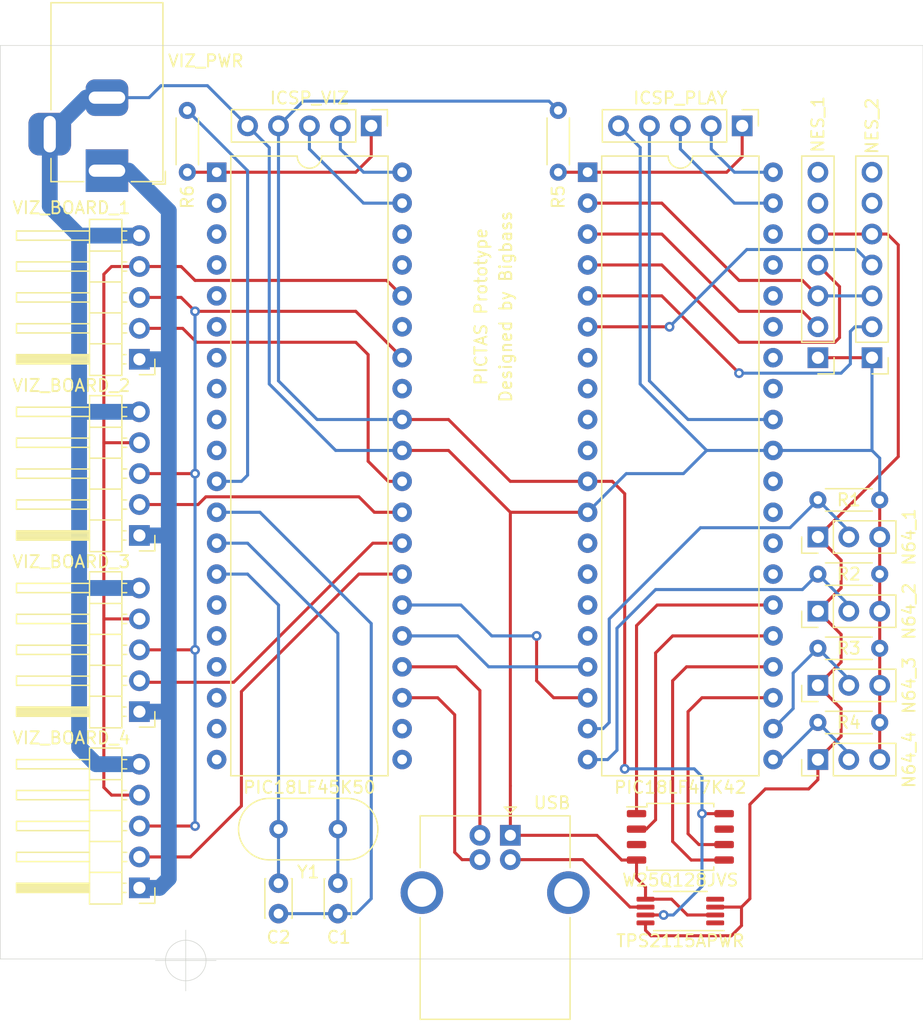
<source format=kicad_pcb>
(kicad_pcb (version 20171130) (host pcbnew 5.1.9-73d0e3b20d~88~ubuntu20.04.1)

  (general
    (thickness 1.6)
    (drawings 8)
    (tracks 301)
    (zones 0)
    (modules 27)
    (nets 87)
  )

  (page A4)
  (layers
    (0 F.Cu signal)
    (31 B.Cu signal)
    (32 B.Adhes user)
    (33 F.Adhes user)
    (34 B.Paste user)
    (35 F.Paste user)
    (36 B.SilkS user)
    (37 F.SilkS user)
    (38 B.Mask user)
    (39 F.Mask user)
    (40 Dwgs.User user)
    (41 Cmts.User user)
    (42 Eco1.User user)
    (43 Eco2.User user)
    (44 Edge.Cuts user)
    (45 Margin user)
    (46 B.CrtYd user hide)
    (47 F.CrtYd user hide)
    (48 B.Fab user)
    (49 F.Fab user hide)
  )

  (setup
    (last_trace_width 0.25)
    (user_trace_width 0.5)
    (trace_clearance 0.2)
    (zone_clearance 0.508)
    (zone_45_only no)
    (trace_min 0.2)
    (via_size 0.8)
    (via_drill 0.4)
    (via_min_size 0.4)
    (via_min_drill 0.3)
    (uvia_size 0.3)
    (uvia_drill 0.1)
    (uvias_allowed no)
    (uvia_min_size 0.2)
    (uvia_min_drill 0.1)
    (edge_width 0.05)
    (segment_width 0.2)
    (pcb_text_width 0.3)
    (pcb_text_size 1.5 1.5)
    (mod_edge_width 0.12)
    (mod_text_size 1 1)
    (mod_text_width 0.15)
    (pad_size 1.524 1.524)
    (pad_drill 0.762)
    (pad_to_mask_clearance 0)
    (aux_axis_origin 71.755 129.54)
    (visible_elements FFFFFF7F)
    (pcbplotparams
      (layerselection 0x010fc_ffffffff)
      (usegerberextensions false)
      (usegerberattributes true)
      (usegerberadvancedattributes true)
      (creategerberjobfile true)
      (excludeedgelayer true)
      (linewidth 0.100000)
      (plotframeref false)
      (viasonmask false)
      (mode 1)
      (useauxorigin false)
      (hpglpennumber 1)
      (hpglpenspeed 20)
      (hpglpendiameter 15.000000)
      (psnegative false)
      (psa4output false)
      (plotreference true)
      (plotvalue true)
      (plotinvisibletext false)
      (padsonsilk false)
      (subtractmaskfromsilk false)
      (outputformat 1)
      (mirror false)
      (drillshape 1)
      (scaleselection 1)
      (outputdirectory ""))
  )

  (net 0 "")
  (net 1 "Net-(C1-Pad1)")
  (net 2 "Net-(C2-Pad1)")
  (net 3 /NES_D41)
  (net 4 /NES_D31)
  (net 5 /NES_DATA1)
  (net 6 /NES_LATCH)
  (net 7 /NES_CLK1)
  (net 8 /GND)
  (net 9 /NES_D42)
  (net 10 /NES_D32)
  (net 11 /NES_DATA2)
  (net 12 /NES_CLK2)
  (net 13 /N64_DATA1)
  (net 14 /3.3V)
  (net 15 /N64_DATA2)
  (net 16 /N64_DATA3)
  (net 17 /N64_DATA4)
  (net 18 "Net-(J7-Pad4)")
  (net 19 "Net-(J7-Pad3)")
  (net 20 "Net-(J7-Pad2)")
  (net 21 "Net-(J7-Pad1)")
  (net 22 /USB_5V)
  (net 23 /D-)
  (net 24 /D+)
  (net 25 "Net-(U1-Pad38)")
  (net 26 "Net-(U1-Pad37)")
  (net 27 "Net-(U1-Pad36)")
  (net 28 "Net-(U1-Pad16)")
  (net 29 "Net-(U1-Pad35)")
  (net 30 "Net-(U1-Pad15)")
  (net 31 "Net-(U1-Pad34)")
  (net 32 "Net-(U1-Pad14)")
  (net 33 "Net-(U1-Pad33)")
  (net 34 "Net-(U1-Pad13)")
  (net 35 "Net-(U1-Pad30)")
  (net 36 "Net-(U1-Pad10)")
  (net 37 "Net-(U1-Pad29)")
  (net 38 "Net-(U1-Pad9)")
  (net 39 "Net-(U1-Pad28)")
  (net 40 "Net-(U1-Pad8)")
  (net 41 "Net-(U1-Pad27)")
  (net 42 "Net-(U1-Pad7)")
  (net 43 /~CS)
  (net 44 /SPI1SDO)
  (net 45 /SPI1SDI)
  (net 46 /SPI1SCK)
  (net 47 "Net-(U2-Pad7)")
  (net 48 "Net-(U2-Pad3)")
  (net 49 "Net-(U3-Pad20)")
  (net 50 "Net-(U3-Pad19)")
  (net 51 "Net-(U3-Pad38)")
  (net 52 "Net-(U3-Pad18)")
  (net 53 "Net-(U3-Pad37)")
  (net 54 "Net-(U3-Pad17)")
  (net 55 "Net-(U3-Pad16)")
  (net 56 "Net-(U3-Pad35)")
  (net 57 "Net-(U3-Pad15)")
  (net 58 "Net-(U3-Pad33)")
  (net 59 "Net-(U3-Pad10)")
  (net 60 "Net-(U3-Pad9)")
  (net 61 "Net-(U3-Pad8)")
  (net 62 "Net-(U3-Pad7)")
  (net 63 "Net-(U3-Pad6)")
  (net 64 "Net-(U3-Pad5)")
  (net 65 "Net-(U3-Pad4)")
  (net 66 "Net-(U3-Pad3)")
  (net 67 "Net-(U3-Pad22)")
  (net 68 "Net-(U3-Pad2)")
  (net 69 "Net-(U3-Pad21)")
  (net 70 "Net-(C1-Pad2)")
  (net 71 "/Power Select/OUT_PWR")
  (net 72 "Net-(J9-Pad3)")
  (net 73 "Net-(J9-Pad2)")
  (net 74 "Net-(J9-Pad1)")
  (net 75 /SER)
  (net 76 /CLK)
  (net 77 /STROBE0)
  (net 78 /5V)
  (net 79 /STROBE1)
  (net 80 /STROBE2)
  (net 81 /STROBE3)
  (net 82 "Net-(R6-Pad2)")
  (net 83 /<--UART)
  (net 84 /-->UART)
  (net 85 "Net-(U4-Pad4)")
  (net 86 "Net-(U4-Pad1)")

  (net_class Default "This is the default net class."
    (clearance 0.2)
    (trace_width 0.25)
    (via_dia 0.8)
    (via_drill 0.4)
    (uvia_dia 0.3)
    (uvia_drill 0.1)
    (add_net /-->UART)
    (add_net /3.3V)
    (add_net /5V)
    (add_net /<--UART)
    (add_net /CLK)
    (add_net /D+)
    (add_net /D-)
    (add_net /GND)
    (add_net /N64_DATA1)
    (add_net /N64_DATA2)
    (add_net /N64_DATA3)
    (add_net /N64_DATA4)
    (add_net /NES_CLK1)
    (add_net /NES_CLK2)
    (add_net /NES_D31)
    (add_net /NES_D32)
    (add_net /NES_D41)
    (add_net /NES_D42)
    (add_net /NES_DATA1)
    (add_net /NES_DATA2)
    (add_net /NES_LATCH)
    (add_net "/Power Select/OUT_PWR")
    (add_net /SER)
    (add_net /SPI1SCK)
    (add_net /SPI1SDI)
    (add_net /SPI1SDO)
    (add_net /STROBE0)
    (add_net /STROBE1)
    (add_net /STROBE2)
    (add_net /STROBE3)
    (add_net /USB_5V)
    (add_net /~CS)
    (add_net "Net-(C1-Pad1)")
    (add_net "Net-(C1-Pad2)")
    (add_net "Net-(C2-Pad1)")
    (add_net "Net-(J7-Pad1)")
    (add_net "Net-(J7-Pad2)")
    (add_net "Net-(J7-Pad3)")
    (add_net "Net-(J7-Pad4)")
    (add_net "Net-(J9-Pad1)")
    (add_net "Net-(J9-Pad2)")
    (add_net "Net-(J9-Pad3)")
    (add_net "Net-(R6-Pad2)")
    (add_net "Net-(U1-Pad10)")
    (add_net "Net-(U1-Pad13)")
    (add_net "Net-(U1-Pad14)")
    (add_net "Net-(U1-Pad15)")
    (add_net "Net-(U1-Pad16)")
    (add_net "Net-(U1-Pad27)")
    (add_net "Net-(U1-Pad28)")
    (add_net "Net-(U1-Pad29)")
    (add_net "Net-(U1-Pad30)")
    (add_net "Net-(U1-Pad33)")
    (add_net "Net-(U1-Pad34)")
    (add_net "Net-(U1-Pad35)")
    (add_net "Net-(U1-Pad36)")
    (add_net "Net-(U1-Pad37)")
    (add_net "Net-(U1-Pad38)")
    (add_net "Net-(U1-Pad7)")
    (add_net "Net-(U1-Pad8)")
    (add_net "Net-(U1-Pad9)")
    (add_net "Net-(U2-Pad3)")
    (add_net "Net-(U2-Pad7)")
    (add_net "Net-(U3-Pad10)")
    (add_net "Net-(U3-Pad15)")
    (add_net "Net-(U3-Pad16)")
    (add_net "Net-(U3-Pad17)")
    (add_net "Net-(U3-Pad18)")
    (add_net "Net-(U3-Pad19)")
    (add_net "Net-(U3-Pad2)")
    (add_net "Net-(U3-Pad20)")
    (add_net "Net-(U3-Pad21)")
    (add_net "Net-(U3-Pad22)")
    (add_net "Net-(U3-Pad3)")
    (add_net "Net-(U3-Pad33)")
    (add_net "Net-(U3-Pad35)")
    (add_net "Net-(U3-Pad37)")
    (add_net "Net-(U3-Pad38)")
    (add_net "Net-(U3-Pad4)")
    (add_net "Net-(U3-Pad5)")
    (add_net "Net-(U3-Pad6)")
    (add_net "Net-(U3-Pad7)")
    (add_net "Net-(U3-Pad8)")
    (add_net "Net-(U3-Pad9)")
    (add_net "Net-(U4-Pad1)")
    (add_net "Net-(U4-Pad4)")
  )

  (module Connector_PinHeader_2.54mm:PinHeader_1x05_P2.54mm_Horizontal (layer F.Cu) (tedit 59FED5CB) (tstamp 6047C065)
    (at 67.945 123.571 180)
    (descr "Through hole angled pin header, 1x05, 2.54mm pitch, 6mm pin length, single row")
    (tags "Through hole angled pin header THT 1x05 2.54mm single row")
    (path /60BFFA06)
    (fp_text reference VIZ_BOARD_4 (at 5.588 12.319) (layer F.SilkS)
      (effects (font (size 1 1) (thickness 0.15)))
    )
    (fp_text value VizBoard3 (at 4.385 12.43) (layer F.Fab)
      (effects (font (size 1 1) (thickness 0.15)))
    )
    (fp_text user %R (at 2.77 5.08 90) (layer F.Fab)
      (effects (font (size 1 1) (thickness 0.15)))
    )
    (fp_line (start 2.135 -1.27) (end 4.04 -1.27) (layer F.Fab) (width 0.1))
    (fp_line (start 4.04 -1.27) (end 4.04 11.43) (layer F.Fab) (width 0.1))
    (fp_line (start 4.04 11.43) (end 1.5 11.43) (layer F.Fab) (width 0.1))
    (fp_line (start 1.5 11.43) (end 1.5 -0.635) (layer F.Fab) (width 0.1))
    (fp_line (start 1.5 -0.635) (end 2.135 -1.27) (layer F.Fab) (width 0.1))
    (fp_line (start -0.32 -0.32) (end 1.5 -0.32) (layer F.Fab) (width 0.1))
    (fp_line (start -0.32 -0.32) (end -0.32 0.32) (layer F.Fab) (width 0.1))
    (fp_line (start -0.32 0.32) (end 1.5 0.32) (layer F.Fab) (width 0.1))
    (fp_line (start 4.04 -0.32) (end 10.04 -0.32) (layer F.Fab) (width 0.1))
    (fp_line (start 10.04 -0.32) (end 10.04 0.32) (layer F.Fab) (width 0.1))
    (fp_line (start 4.04 0.32) (end 10.04 0.32) (layer F.Fab) (width 0.1))
    (fp_line (start -0.32 2.22) (end 1.5 2.22) (layer F.Fab) (width 0.1))
    (fp_line (start -0.32 2.22) (end -0.32 2.86) (layer F.Fab) (width 0.1))
    (fp_line (start -0.32 2.86) (end 1.5 2.86) (layer F.Fab) (width 0.1))
    (fp_line (start 4.04 2.22) (end 10.04 2.22) (layer F.Fab) (width 0.1))
    (fp_line (start 10.04 2.22) (end 10.04 2.86) (layer F.Fab) (width 0.1))
    (fp_line (start 4.04 2.86) (end 10.04 2.86) (layer F.Fab) (width 0.1))
    (fp_line (start -0.32 4.76) (end 1.5 4.76) (layer F.Fab) (width 0.1))
    (fp_line (start -0.32 4.76) (end -0.32 5.4) (layer F.Fab) (width 0.1))
    (fp_line (start -0.32 5.4) (end 1.5 5.4) (layer F.Fab) (width 0.1))
    (fp_line (start 4.04 4.76) (end 10.04 4.76) (layer F.Fab) (width 0.1))
    (fp_line (start 10.04 4.76) (end 10.04 5.4) (layer F.Fab) (width 0.1))
    (fp_line (start 4.04 5.4) (end 10.04 5.4) (layer F.Fab) (width 0.1))
    (fp_line (start -0.32 7.3) (end 1.5 7.3) (layer F.Fab) (width 0.1))
    (fp_line (start -0.32 7.3) (end -0.32 7.94) (layer F.Fab) (width 0.1))
    (fp_line (start -0.32 7.94) (end 1.5 7.94) (layer F.Fab) (width 0.1))
    (fp_line (start 4.04 7.3) (end 10.04 7.3) (layer F.Fab) (width 0.1))
    (fp_line (start 10.04 7.3) (end 10.04 7.94) (layer F.Fab) (width 0.1))
    (fp_line (start 4.04 7.94) (end 10.04 7.94) (layer F.Fab) (width 0.1))
    (fp_line (start -0.32 9.84) (end 1.5 9.84) (layer F.Fab) (width 0.1))
    (fp_line (start -0.32 9.84) (end -0.32 10.48) (layer F.Fab) (width 0.1))
    (fp_line (start -0.32 10.48) (end 1.5 10.48) (layer F.Fab) (width 0.1))
    (fp_line (start 4.04 9.84) (end 10.04 9.84) (layer F.Fab) (width 0.1))
    (fp_line (start 10.04 9.84) (end 10.04 10.48) (layer F.Fab) (width 0.1))
    (fp_line (start 4.04 10.48) (end 10.04 10.48) (layer F.Fab) (width 0.1))
    (fp_line (start 1.44 -1.33) (end 1.44 11.49) (layer F.SilkS) (width 0.12))
    (fp_line (start 1.44 11.49) (end 4.1 11.49) (layer F.SilkS) (width 0.12))
    (fp_line (start 4.1 11.49) (end 4.1 -1.33) (layer F.SilkS) (width 0.12))
    (fp_line (start 4.1 -1.33) (end 1.44 -1.33) (layer F.SilkS) (width 0.12))
    (fp_line (start 4.1 -0.38) (end 10.1 -0.38) (layer F.SilkS) (width 0.12))
    (fp_line (start 10.1 -0.38) (end 10.1 0.38) (layer F.SilkS) (width 0.12))
    (fp_line (start 10.1 0.38) (end 4.1 0.38) (layer F.SilkS) (width 0.12))
    (fp_line (start 4.1 -0.32) (end 10.1 -0.32) (layer F.SilkS) (width 0.12))
    (fp_line (start 4.1 -0.2) (end 10.1 -0.2) (layer F.SilkS) (width 0.12))
    (fp_line (start 4.1 -0.08) (end 10.1 -0.08) (layer F.SilkS) (width 0.12))
    (fp_line (start 4.1 0.04) (end 10.1 0.04) (layer F.SilkS) (width 0.12))
    (fp_line (start 4.1 0.16) (end 10.1 0.16) (layer F.SilkS) (width 0.12))
    (fp_line (start 4.1 0.28) (end 10.1 0.28) (layer F.SilkS) (width 0.12))
    (fp_line (start 1.11 -0.38) (end 1.44 -0.38) (layer F.SilkS) (width 0.12))
    (fp_line (start 1.11 0.38) (end 1.44 0.38) (layer F.SilkS) (width 0.12))
    (fp_line (start 1.44 1.27) (end 4.1 1.27) (layer F.SilkS) (width 0.12))
    (fp_line (start 4.1 2.16) (end 10.1 2.16) (layer F.SilkS) (width 0.12))
    (fp_line (start 10.1 2.16) (end 10.1 2.92) (layer F.SilkS) (width 0.12))
    (fp_line (start 10.1 2.92) (end 4.1 2.92) (layer F.SilkS) (width 0.12))
    (fp_line (start 1.042929 2.16) (end 1.44 2.16) (layer F.SilkS) (width 0.12))
    (fp_line (start 1.042929 2.92) (end 1.44 2.92) (layer F.SilkS) (width 0.12))
    (fp_line (start 1.44 3.81) (end 4.1 3.81) (layer F.SilkS) (width 0.12))
    (fp_line (start 4.1 4.7) (end 10.1 4.7) (layer F.SilkS) (width 0.12))
    (fp_line (start 10.1 4.7) (end 10.1 5.46) (layer F.SilkS) (width 0.12))
    (fp_line (start 10.1 5.46) (end 4.1 5.46) (layer F.SilkS) (width 0.12))
    (fp_line (start 1.042929 4.7) (end 1.44 4.7) (layer F.SilkS) (width 0.12))
    (fp_line (start 1.042929 5.46) (end 1.44 5.46) (layer F.SilkS) (width 0.12))
    (fp_line (start 1.44 6.35) (end 4.1 6.35) (layer F.SilkS) (width 0.12))
    (fp_line (start 4.1 7.24) (end 10.1 7.24) (layer F.SilkS) (width 0.12))
    (fp_line (start 10.1 7.24) (end 10.1 8) (layer F.SilkS) (width 0.12))
    (fp_line (start 10.1 8) (end 4.1 8) (layer F.SilkS) (width 0.12))
    (fp_line (start 1.042929 7.24) (end 1.44 7.24) (layer F.SilkS) (width 0.12))
    (fp_line (start 1.042929 8) (end 1.44 8) (layer F.SilkS) (width 0.12))
    (fp_line (start 1.44 8.89) (end 4.1 8.89) (layer F.SilkS) (width 0.12))
    (fp_line (start 4.1 9.78) (end 10.1 9.78) (layer F.SilkS) (width 0.12))
    (fp_line (start 10.1 9.78) (end 10.1 10.54) (layer F.SilkS) (width 0.12))
    (fp_line (start 10.1 10.54) (end 4.1 10.54) (layer F.SilkS) (width 0.12))
    (fp_line (start 1.042929 9.78) (end 1.44 9.78) (layer F.SilkS) (width 0.12))
    (fp_line (start 1.042929 10.54) (end 1.44 10.54) (layer F.SilkS) (width 0.12))
    (fp_line (start -1.27 0) (end -1.27 -1.27) (layer F.SilkS) (width 0.12))
    (fp_line (start -1.27 -1.27) (end 0 -1.27) (layer F.SilkS) (width 0.12))
    (fp_line (start -1.8 -1.8) (end -1.8 11.95) (layer F.CrtYd) (width 0.05))
    (fp_line (start -1.8 11.95) (end 10.55 11.95) (layer F.CrtYd) (width 0.05))
    (fp_line (start 10.55 11.95) (end 10.55 -1.8) (layer F.CrtYd) (width 0.05))
    (fp_line (start 10.55 -1.8) (end -1.8 -1.8) (layer F.CrtYd) (width 0.05))
    (pad 5 thru_hole oval (at 0 10.16 180) (size 1.7 1.7) (drill 1) (layers *.Cu *.Mask)
      (net 8 /GND))
    (pad 4 thru_hole oval (at 0 7.62 180) (size 1.7 1.7) (drill 1) (layers *.Cu *.Mask)
      (net 75 /SER))
    (pad 3 thru_hole oval (at 0 5.08 180) (size 1.7 1.7) (drill 1) (layers *.Cu *.Mask)
      (net 76 /CLK))
    (pad 2 thru_hole oval (at 0 2.54 180) (size 1.7 1.7) (drill 1) (layers *.Cu *.Mask)
      (net 81 /STROBE3))
    (pad 1 thru_hole rect (at 0 0 180) (size 1.7 1.7) (drill 1) (layers *.Cu *.Mask)
      (net 78 /5V))
    (model ${KISYS3DMOD}/Connector_PinHeader_2.54mm.3dshapes/PinHeader_1x05_P2.54mm_Horizontal.wrl
      (at (xyz 0 0 0))
      (scale (xyz 1 1 1))
      (rotate (xyz 0 0 0))
    )
  )

  (module Connector_PinHeader_2.54mm:PinHeader_1x05_P2.54mm_Horizontal (layer F.Cu) (tedit 59FED5CB) (tstamp 6047C00B)
    (at 67.945 109.093 180)
    (descr "Through hole angled pin header, 1x05, 2.54mm pitch, 6mm pin length, single row")
    (tags "Through hole angled pin header THT 1x05 2.54mm single row")
    (path /60D1178C)
    (fp_text reference VIZ_BOARD_3 (at 5.588 12.319) (layer F.SilkS)
      (effects (font (size 1 1) (thickness 0.15)))
    )
    (fp_text value VizBoard2 (at 4.385 12.43) (layer F.Fab)
      (effects (font (size 1 1) (thickness 0.15)))
    )
    (fp_text user %R (at 2.77 5.08 90) (layer F.Fab)
      (effects (font (size 1 1) (thickness 0.15)))
    )
    (fp_line (start 2.135 -1.27) (end 4.04 -1.27) (layer F.Fab) (width 0.1))
    (fp_line (start 4.04 -1.27) (end 4.04 11.43) (layer F.Fab) (width 0.1))
    (fp_line (start 4.04 11.43) (end 1.5 11.43) (layer F.Fab) (width 0.1))
    (fp_line (start 1.5 11.43) (end 1.5 -0.635) (layer F.Fab) (width 0.1))
    (fp_line (start 1.5 -0.635) (end 2.135 -1.27) (layer F.Fab) (width 0.1))
    (fp_line (start -0.32 -0.32) (end 1.5 -0.32) (layer F.Fab) (width 0.1))
    (fp_line (start -0.32 -0.32) (end -0.32 0.32) (layer F.Fab) (width 0.1))
    (fp_line (start -0.32 0.32) (end 1.5 0.32) (layer F.Fab) (width 0.1))
    (fp_line (start 4.04 -0.32) (end 10.04 -0.32) (layer F.Fab) (width 0.1))
    (fp_line (start 10.04 -0.32) (end 10.04 0.32) (layer F.Fab) (width 0.1))
    (fp_line (start 4.04 0.32) (end 10.04 0.32) (layer F.Fab) (width 0.1))
    (fp_line (start -0.32 2.22) (end 1.5 2.22) (layer F.Fab) (width 0.1))
    (fp_line (start -0.32 2.22) (end -0.32 2.86) (layer F.Fab) (width 0.1))
    (fp_line (start -0.32 2.86) (end 1.5 2.86) (layer F.Fab) (width 0.1))
    (fp_line (start 4.04 2.22) (end 10.04 2.22) (layer F.Fab) (width 0.1))
    (fp_line (start 10.04 2.22) (end 10.04 2.86) (layer F.Fab) (width 0.1))
    (fp_line (start 4.04 2.86) (end 10.04 2.86) (layer F.Fab) (width 0.1))
    (fp_line (start -0.32 4.76) (end 1.5 4.76) (layer F.Fab) (width 0.1))
    (fp_line (start -0.32 4.76) (end -0.32 5.4) (layer F.Fab) (width 0.1))
    (fp_line (start -0.32 5.4) (end 1.5 5.4) (layer F.Fab) (width 0.1))
    (fp_line (start 4.04 4.76) (end 10.04 4.76) (layer F.Fab) (width 0.1))
    (fp_line (start 10.04 4.76) (end 10.04 5.4) (layer F.Fab) (width 0.1))
    (fp_line (start 4.04 5.4) (end 10.04 5.4) (layer F.Fab) (width 0.1))
    (fp_line (start -0.32 7.3) (end 1.5 7.3) (layer F.Fab) (width 0.1))
    (fp_line (start -0.32 7.3) (end -0.32 7.94) (layer F.Fab) (width 0.1))
    (fp_line (start -0.32 7.94) (end 1.5 7.94) (layer F.Fab) (width 0.1))
    (fp_line (start 4.04 7.3) (end 10.04 7.3) (layer F.Fab) (width 0.1))
    (fp_line (start 10.04 7.3) (end 10.04 7.94) (layer F.Fab) (width 0.1))
    (fp_line (start 4.04 7.94) (end 10.04 7.94) (layer F.Fab) (width 0.1))
    (fp_line (start -0.32 9.84) (end 1.5 9.84) (layer F.Fab) (width 0.1))
    (fp_line (start -0.32 9.84) (end -0.32 10.48) (layer F.Fab) (width 0.1))
    (fp_line (start -0.32 10.48) (end 1.5 10.48) (layer F.Fab) (width 0.1))
    (fp_line (start 4.04 9.84) (end 10.04 9.84) (layer F.Fab) (width 0.1))
    (fp_line (start 10.04 9.84) (end 10.04 10.48) (layer F.Fab) (width 0.1))
    (fp_line (start 4.04 10.48) (end 10.04 10.48) (layer F.Fab) (width 0.1))
    (fp_line (start 1.44 -1.33) (end 1.44 11.49) (layer F.SilkS) (width 0.12))
    (fp_line (start 1.44 11.49) (end 4.1 11.49) (layer F.SilkS) (width 0.12))
    (fp_line (start 4.1 11.49) (end 4.1 -1.33) (layer F.SilkS) (width 0.12))
    (fp_line (start 4.1 -1.33) (end 1.44 -1.33) (layer F.SilkS) (width 0.12))
    (fp_line (start 4.1 -0.38) (end 10.1 -0.38) (layer F.SilkS) (width 0.12))
    (fp_line (start 10.1 -0.38) (end 10.1 0.38) (layer F.SilkS) (width 0.12))
    (fp_line (start 10.1 0.38) (end 4.1 0.38) (layer F.SilkS) (width 0.12))
    (fp_line (start 4.1 -0.32) (end 10.1 -0.32) (layer F.SilkS) (width 0.12))
    (fp_line (start 4.1 -0.2) (end 10.1 -0.2) (layer F.SilkS) (width 0.12))
    (fp_line (start 4.1 -0.08) (end 10.1 -0.08) (layer F.SilkS) (width 0.12))
    (fp_line (start 4.1 0.04) (end 10.1 0.04) (layer F.SilkS) (width 0.12))
    (fp_line (start 4.1 0.16) (end 10.1 0.16) (layer F.SilkS) (width 0.12))
    (fp_line (start 4.1 0.28) (end 10.1 0.28) (layer F.SilkS) (width 0.12))
    (fp_line (start 1.11 -0.38) (end 1.44 -0.38) (layer F.SilkS) (width 0.12))
    (fp_line (start 1.11 0.38) (end 1.44 0.38) (layer F.SilkS) (width 0.12))
    (fp_line (start 1.44 1.27) (end 4.1 1.27) (layer F.SilkS) (width 0.12))
    (fp_line (start 4.1 2.16) (end 10.1 2.16) (layer F.SilkS) (width 0.12))
    (fp_line (start 10.1 2.16) (end 10.1 2.92) (layer F.SilkS) (width 0.12))
    (fp_line (start 10.1 2.92) (end 4.1 2.92) (layer F.SilkS) (width 0.12))
    (fp_line (start 1.042929 2.16) (end 1.44 2.16) (layer F.SilkS) (width 0.12))
    (fp_line (start 1.042929 2.92) (end 1.44 2.92) (layer F.SilkS) (width 0.12))
    (fp_line (start 1.44 3.81) (end 4.1 3.81) (layer F.SilkS) (width 0.12))
    (fp_line (start 4.1 4.7) (end 10.1 4.7) (layer F.SilkS) (width 0.12))
    (fp_line (start 10.1 4.7) (end 10.1 5.46) (layer F.SilkS) (width 0.12))
    (fp_line (start 10.1 5.46) (end 4.1 5.46) (layer F.SilkS) (width 0.12))
    (fp_line (start 1.042929 4.7) (end 1.44 4.7) (layer F.SilkS) (width 0.12))
    (fp_line (start 1.042929 5.46) (end 1.44 5.46) (layer F.SilkS) (width 0.12))
    (fp_line (start 1.44 6.35) (end 4.1 6.35) (layer F.SilkS) (width 0.12))
    (fp_line (start 4.1 7.24) (end 10.1 7.24) (layer F.SilkS) (width 0.12))
    (fp_line (start 10.1 7.24) (end 10.1 8) (layer F.SilkS) (width 0.12))
    (fp_line (start 10.1 8) (end 4.1 8) (layer F.SilkS) (width 0.12))
    (fp_line (start 1.042929 7.24) (end 1.44 7.24) (layer F.SilkS) (width 0.12))
    (fp_line (start 1.042929 8) (end 1.44 8) (layer F.SilkS) (width 0.12))
    (fp_line (start 1.44 8.89) (end 4.1 8.89) (layer F.SilkS) (width 0.12))
    (fp_line (start 4.1 9.78) (end 10.1 9.78) (layer F.SilkS) (width 0.12))
    (fp_line (start 10.1 9.78) (end 10.1 10.54) (layer F.SilkS) (width 0.12))
    (fp_line (start 10.1 10.54) (end 4.1 10.54) (layer F.SilkS) (width 0.12))
    (fp_line (start 1.042929 9.78) (end 1.44 9.78) (layer F.SilkS) (width 0.12))
    (fp_line (start 1.042929 10.54) (end 1.44 10.54) (layer F.SilkS) (width 0.12))
    (fp_line (start -1.27 0) (end -1.27 -1.27) (layer F.SilkS) (width 0.12))
    (fp_line (start -1.27 -1.27) (end 0 -1.27) (layer F.SilkS) (width 0.12))
    (fp_line (start -1.8 -1.8) (end -1.8 11.95) (layer F.CrtYd) (width 0.05))
    (fp_line (start -1.8 11.95) (end 10.55 11.95) (layer F.CrtYd) (width 0.05))
    (fp_line (start 10.55 11.95) (end 10.55 -1.8) (layer F.CrtYd) (width 0.05))
    (fp_line (start 10.55 -1.8) (end -1.8 -1.8) (layer F.CrtYd) (width 0.05))
    (pad 5 thru_hole oval (at 0 10.16 180) (size 1.7 1.7) (drill 1) (layers *.Cu *.Mask)
      (net 8 /GND))
    (pad 4 thru_hole oval (at 0 7.62 180) (size 1.7 1.7) (drill 1) (layers *.Cu *.Mask)
      (net 75 /SER))
    (pad 3 thru_hole oval (at 0 5.08 180) (size 1.7 1.7) (drill 1) (layers *.Cu *.Mask)
      (net 76 /CLK))
    (pad 2 thru_hole oval (at 0 2.54 180) (size 1.7 1.7) (drill 1) (layers *.Cu *.Mask)
      (net 80 /STROBE2))
    (pad 1 thru_hole rect (at 0 0 180) (size 1.7 1.7) (drill 1) (layers *.Cu *.Mask)
      (net 78 /5V))
    (model ${KISYS3DMOD}/Connector_PinHeader_2.54mm.3dshapes/PinHeader_1x05_P2.54mm_Horizontal.wrl
      (at (xyz 0 0 0))
      (scale (xyz 1 1 1))
      (rotate (xyz 0 0 0))
    )
  )

  (module Connector_PinHeader_2.54mm:PinHeader_1x05_P2.54mm_Horizontal (layer F.Cu) (tedit 59FED5CB) (tstamp 6047BFB1)
    (at 67.945 94.615 180)
    (descr "Through hole angled pin header, 1x05, 2.54mm pitch, 6mm pin length, single row")
    (tags "Through hole angled pin header THT 1x05 2.54mm single row")
    (path /60D21F23)
    (fp_text reference VIZ_BOARD_2 (at 5.588 12.319) (layer F.SilkS)
      (effects (font (size 1 1) (thickness 0.15)))
    )
    (fp_text value VizBoard1 (at 4.385 12.43) (layer F.Fab)
      (effects (font (size 1 1) (thickness 0.15)))
    )
    (fp_text user %R (at 2.77 5.08 90) (layer F.Fab)
      (effects (font (size 1 1) (thickness 0.15)))
    )
    (fp_line (start 2.135 -1.27) (end 4.04 -1.27) (layer F.Fab) (width 0.1))
    (fp_line (start 4.04 -1.27) (end 4.04 11.43) (layer F.Fab) (width 0.1))
    (fp_line (start 4.04 11.43) (end 1.5 11.43) (layer F.Fab) (width 0.1))
    (fp_line (start 1.5 11.43) (end 1.5 -0.635) (layer F.Fab) (width 0.1))
    (fp_line (start 1.5 -0.635) (end 2.135 -1.27) (layer F.Fab) (width 0.1))
    (fp_line (start -0.32 -0.32) (end 1.5 -0.32) (layer F.Fab) (width 0.1))
    (fp_line (start -0.32 -0.32) (end -0.32 0.32) (layer F.Fab) (width 0.1))
    (fp_line (start -0.32 0.32) (end 1.5 0.32) (layer F.Fab) (width 0.1))
    (fp_line (start 4.04 -0.32) (end 10.04 -0.32) (layer F.Fab) (width 0.1))
    (fp_line (start 10.04 -0.32) (end 10.04 0.32) (layer F.Fab) (width 0.1))
    (fp_line (start 4.04 0.32) (end 10.04 0.32) (layer F.Fab) (width 0.1))
    (fp_line (start -0.32 2.22) (end 1.5 2.22) (layer F.Fab) (width 0.1))
    (fp_line (start -0.32 2.22) (end -0.32 2.86) (layer F.Fab) (width 0.1))
    (fp_line (start -0.32 2.86) (end 1.5 2.86) (layer F.Fab) (width 0.1))
    (fp_line (start 4.04 2.22) (end 10.04 2.22) (layer F.Fab) (width 0.1))
    (fp_line (start 10.04 2.22) (end 10.04 2.86) (layer F.Fab) (width 0.1))
    (fp_line (start 4.04 2.86) (end 10.04 2.86) (layer F.Fab) (width 0.1))
    (fp_line (start -0.32 4.76) (end 1.5 4.76) (layer F.Fab) (width 0.1))
    (fp_line (start -0.32 4.76) (end -0.32 5.4) (layer F.Fab) (width 0.1))
    (fp_line (start -0.32 5.4) (end 1.5 5.4) (layer F.Fab) (width 0.1))
    (fp_line (start 4.04 4.76) (end 10.04 4.76) (layer F.Fab) (width 0.1))
    (fp_line (start 10.04 4.76) (end 10.04 5.4) (layer F.Fab) (width 0.1))
    (fp_line (start 4.04 5.4) (end 10.04 5.4) (layer F.Fab) (width 0.1))
    (fp_line (start -0.32 7.3) (end 1.5 7.3) (layer F.Fab) (width 0.1))
    (fp_line (start -0.32 7.3) (end -0.32 7.94) (layer F.Fab) (width 0.1))
    (fp_line (start -0.32 7.94) (end 1.5 7.94) (layer F.Fab) (width 0.1))
    (fp_line (start 4.04 7.3) (end 10.04 7.3) (layer F.Fab) (width 0.1))
    (fp_line (start 10.04 7.3) (end 10.04 7.94) (layer F.Fab) (width 0.1))
    (fp_line (start 4.04 7.94) (end 10.04 7.94) (layer F.Fab) (width 0.1))
    (fp_line (start -0.32 9.84) (end 1.5 9.84) (layer F.Fab) (width 0.1))
    (fp_line (start -0.32 9.84) (end -0.32 10.48) (layer F.Fab) (width 0.1))
    (fp_line (start -0.32 10.48) (end 1.5 10.48) (layer F.Fab) (width 0.1))
    (fp_line (start 4.04 9.84) (end 10.04 9.84) (layer F.Fab) (width 0.1))
    (fp_line (start 10.04 9.84) (end 10.04 10.48) (layer F.Fab) (width 0.1))
    (fp_line (start 4.04 10.48) (end 10.04 10.48) (layer F.Fab) (width 0.1))
    (fp_line (start 1.44 -1.33) (end 1.44 11.49) (layer F.SilkS) (width 0.12))
    (fp_line (start 1.44 11.49) (end 4.1 11.49) (layer F.SilkS) (width 0.12))
    (fp_line (start 4.1 11.49) (end 4.1 -1.33) (layer F.SilkS) (width 0.12))
    (fp_line (start 4.1 -1.33) (end 1.44 -1.33) (layer F.SilkS) (width 0.12))
    (fp_line (start 4.1 -0.38) (end 10.1 -0.38) (layer F.SilkS) (width 0.12))
    (fp_line (start 10.1 -0.38) (end 10.1 0.38) (layer F.SilkS) (width 0.12))
    (fp_line (start 10.1 0.38) (end 4.1 0.38) (layer F.SilkS) (width 0.12))
    (fp_line (start 4.1 -0.32) (end 10.1 -0.32) (layer F.SilkS) (width 0.12))
    (fp_line (start 4.1 -0.2) (end 10.1 -0.2) (layer F.SilkS) (width 0.12))
    (fp_line (start 4.1 -0.08) (end 10.1 -0.08) (layer F.SilkS) (width 0.12))
    (fp_line (start 4.1 0.04) (end 10.1 0.04) (layer F.SilkS) (width 0.12))
    (fp_line (start 4.1 0.16) (end 10.1 0.16) (layer F.SilkS) (width 0.12))
    (fp_line (start 4.1 0.28) (end 10.1 0.28) (layer F.SilkS) (width 0.12))
    (fp_line (start 1.11 -0.38) (end 1.44 -0.38) (layer F.SilkS) (width 0.12))
    (fp_line (start 1.11 0.38) (end 1.44 0.38) (layer F.SilkS) (width 0.12))
    (fp_line (start 1.44 1.27) (end 4.1 1.27) (layer F.SilkS) (width 0.12))
    (fp_line (start 4.1 2.16) (end 10.1 2.16) (layer F.SilkS) (width 0.12))
    (fp_line (start 10.1 2.16) (end 10.1 2.92) (layer F.SilkS) (width 0.12))
    (fp_line (start 10.1 2.92) (end 4.1 2.92) (layer F.SilkS) (width 0.12))
    (fp_line (start 1.042929 2.16) (end 1.44 2.16) (layer F.SilkS) (width 0.12))
    (fp_line (start 1.042929 2.92) (end 1.44 2.92) (layer F.SilkS) (width 0.12))
    (fp_line (start 1.44 3.81) (end 4.1 3.81) (layer F.SilkS) (width 0.12))
    (fp_line (start 4.1 4.7) (end 10.1 4.7) (layer F.SilkS) (width 0.12))
    (fp_line (start 10.1 4.7) (end 10.1 5.46) (layer F.SilkS) (width 0.12))
    (fp_line (start 10.1 5.46) (end 4.1 5.46) (layer F.SilkS) (width 0.12))
    (fp_line (start 1.042929 4.7) (end 1.44 4.7) (layer F.SilkS) (width 0.12))
    (fp_line (start 1.042929 5.46) (end 1.44 5.46) (layer F.SilkS) (width 0.12))
    (fp_line (start 1.44 6.35) (end 4.1 6.35) (layer F.SilkS) (width 0.12))
    (fp_line (start 4.1 7.24) (end 10.1 7.24) (layer F.SilkS) (width 0.12))
    (fp_line (start 10.1 7.24) (end 10.1 8) (layer F.SilkS) (width 0.12))
    (fp_line (start 10.1 8) (end 4.1 8) (layer F.SilkS) (width 0.12))
    (fp_line (start 1.042929 7.24) (end 1.44 7.24) (layer F.SilkS) (width 0.12))
    (fp_line (start 1.042929 8) (end 1.44 8) (layer F.SilkS) (width 0.12))
    (fp_line (start 1.44 8.89) (end 4.1 8.89) (layer F.SilkS) (width 0.12))
    (fp_line (start 4.1 9.78) (end 10.1 9.78) (layer F.SilkS) (width 0.12))
    (fp_line (start 10.1 9.78) (end 10.1 10.54) (layer F.SilkS) (width 0.12))
    (fp_line (start 10.1 10.54) (end 4.1 10.54) (layer F.SilkS) (width 0.12))
    (fp_line (start 1.042929 9.78) (end 1.44 9.78) (layer F.SilkS) (width 0.12))
    (fp_line (start 1.042929 10.54) (end 1.44 10.54) (layer F.SilkS) (width 0.12))
    (fp_line (start -1.27 0) (end -1.27 -1.27) (layer F.SilkS) (width 0.12))
    (fp_line (start -1.27 -1.27) (end 0 -1.27) (layer F.SilkS) (width 0.12))
    (fp_line (start -1.8 -1.8) (end -1.8 11.95) (layer F.CrtYd) (width 0.05))
    (fp_line (start -1.8 11.95) (end 10.55 11.95) (layer F.CrtYd) (width 0.05))
    (fp_line (start 10.55 11.95) (end 10.55 -1.8) (layer F.CrtYd) (width 0.05))
    (fp_line (start 10.55 -1.8) (end -1.8 -1.8) (layer F.CrtYd) (width 0.05))
    (pad 5 thru_hole oval (at 0 10.16 180) (size 1.7 1.7) (drill 1) (layers *.Cu *.Mask)
      (net 8 /GND))
    (pad 4 thru_hole oval (at 0 7.62 180) (size 1.7 1.7) (drill 1) (layers *.Cu *.Mask)
      (net 75 /SER))
    (pad 3 thru_hole oval (at 0 5.08 180) (size 1.7 1.7) (drill 1) (layers *.Cu *.Mask)
      (net 76 /CLK))
    (pad 2 thru_hole oval (at 0 2.54 180) (size 1.7 1.7) (drill 1) (layers *.Cu *.Mask)
      (net 79 /STROBE1))
    (pad 1 thru_hole rect (at 0 0 180) (size 1.7 1.7) (drill 1) (layers *.Cu *.Mask)
      (net 78 /5V))
    (model ${KISYS3DMOD}/Connector_PinHeader_2.54mm.3dshapes/PinHeader_1x05_P2.54mm_Horizontal.wrl
      (at (xyz 0 0 0))
      (scale (xyz 1 1 1))
      (rotate (xyz 0 0 0))
    )
  )

  (module Connector_PinHeader_2.54mm:PinHeader_1x05_P2.54mm_Horizontal (layer F.Cu) (tedit 59FED5CB) (tstamp 6047BF57)
    (at 67.945 80.137 180)
    (descr "Through hole angled pin header, 1x05, 2.54mm pitch, 6mm pin length, single row")
    (tags "Through hole angled pin header THT 1x05 2.54mm single row")
    (path /60D21F3A)
    (fp_text reference VIZ_BOARD_1 (at 5.588 12.446) (layer F.SilkS)
      (effects (font (size 1 1) (thickness 0.15)))
    )
    (fp_text value VizBoard0 (at 4.385 12.43) (layer F.Fab)
      (effects (font (size 1 1) (thickness 0.15)))
    )
    (fp_text user %R (at 2.77 5.08 90) (layer F.Fab)
      (effects (font (size 1 1) (thickness 0.15)))
    )
    (fp_line (start 2.135 -1.27) (end 4.04 -1.27) (layer F.Fab) (width 0.1))
    (fp_line (start 4.04 -1.27) (end 4.04 11.43) (layer F.Fab) (width 0.1))
    (fp_line (start 4.04 11.43) (end 1.5 11.43) (layer F.Fab) (width 0.1))
    (fp_line (start 1.5 11.43) (end 1.5 -0.635) (layer F.Fab) (width 0.1))
    (fp_line (start 1.5 -0.635) (end 2.135 -1.27) (layer F.Fab) (width 0.1))
    (fp_line (start -0.32 -0.32) (end 1.5 -0.32) (layer F.Fab) (width 0.1))
    (fp_line (start -0.32 -0.32) (end -0.32 0.32) (layer F.Fab) (width 0.1))
    (fp_line (start -0.32 0.32) (end 1.5 0.32) (layer F.Fab) (width 0.1))
    (fp_line (start 4.04 -0.32) (end 10.04 -0.32) (layer F.Fab) (width 0.1))
    (fp_line (start 10.04 -0.32) (end 10.04 0.32) (layer F.Fab) (width 0.1))
    (fp_line (start 4.04 0.32) (end 10.04 0.32) (layer F.Fab) (width 0.1))
    (fp_line (start -0.32 2.22) (end 1.5 2.22) (layer F.Fab) (width 0.1))
    (fp_line (start -0.32 2.22) (end -0.32 2.86) (layer F.Fab) (width 0.1))
    (fp_line (start -0.32 2.86) (end 1.5 2.86) (layer F.Fab) (width 0.1))
    (fp_line (start 4.04 2.22) (end 10.04 2.22) (layer F.Fab) (width 0.1))
    (fp_line (start 10.04 2.22) (end 10.04 2.86) (layer F.Fab) (width 0.1))
    (fp_line (start 4.04 2.86) (end 10.04 2.86) (layer F.Fab) (width 0.1))
    (fp_line (start -0.32 4.76) (end 1.5 4.76) (layer F.Fab) (width 0.1))
    (fp_line (start -0.32 4.76) (end -0.32 5.4) (layer F.Fab) (width 0.1))
    (fp_line (start -0.32 5.4) (end 1.5 5.4) (layer F.Fab) (width 0.1))
    (fp_line (start 4.04 4.76) (end 10.04 4.76) (layer F.Fab) (width 0.1))
    (fp_line (start 10.04 4.76) (end 10.04 5.4) (layer F.Fab) (width 0.1))
    (fp_line (start 4.04 5.4) (end 10.04 5.4) (layer F.Fab) (width 0.1))
    (fp_line (start -0.32 7.3) (end 1.5 7.3) (layer F.Fab) (width 0.1))
    (fp_line (start -0.32 7.3) (end -0.32 7.94) (layer F.Fab) (width 0.1))
    (fp_line (start -0.32 7.94) (end 1.5 7.94) (layer F.Fab) (width 0.1))
    (fp_line (start 4.04 7.3) (end 10.04 7.3) (layer F.Fab) (width 0.1))
    (fp_line (start 10.04 7.3) (end 10.04 7.94) (layer F.Fab) (width 0.1))
    (fp_line (start 4.04 7.94) (end 10.04 7.94) (layer F.Fab) (width 0.1))
    (fp_line (start -0.32 9.84) (end 1.5 9.84) (layer F.Fab) (width 0.1))
    (fp_line (start -0.32 9.84) (end -0.32 10.48) (layer F.Fab) (width 0.1))
    (fp_line (start -0.32 10.48) (end 1.5 10.48) (layer F.Fab) (width 0.1))
    (fp_line (start 4.04 9.84) (end 10.04 9.84) (layer F.Fab) (width 0.1))
    (fp_line (start 10.04 9.84) (end 10.04 10.48) (layer F.Fab) (width 0.1))
    (fp_line (start 4.04 10.48) (end 10.04 10.48) (layer F.Fab) (width 0.1))
    (fp_line (start 1.44 -1.33) (end 1.44 11.49) (layer F.SilkS) (width 0.12))
    (fp_line (start 1.44 11.49) (end 4.1 11.49) (layer F.SilkS) (width 0.12))
    (fp_line (start 4.1 11.49) (end 4.1 -1.33) (layer F.SilkS) (width 0.12))
    (fp_line (start 4.1 -1.33) (end 1.44 -1.33) (layer F.SilkS) (width 0.12))
    (fp_line (start 4.1 -0.38) (end 10.1 -0.38) (layer F.SilkS) (width 0.12))
    (fp_line (start 10.1 -0.38) (end 10.1 0.38) (layer F.SilkS) (width 0.12))
    (fp_line (start 10.1 0.38) (end 4.1 0.38) (layer F.SilkS) (width 0.12))
    (fp_line (start 4.1 -0.32) (end 10.1 -0.32) (layer F.SilkS) (width 0.12))
    (fp_line (start 4.1 -0.2) (end 10.1 -0.2) (layer F.SilkS) (width 0.12))
    (fp_line (start 4.1 -0.08) (end 10.1 -0.08) (layer F.SilkS) (width 0.12))
    (fp_line (start 4.1 0.04) (end 10.1 0.04) (layer F.SilkS) (width 0.12))
    (fp_line (start 4.1 0.16) (end 10.1 0.16) (layer F.SilkS) (width 0.12))
    (fp_line (start 4.1 0.28) (end 10.1 0.28) (layer F.SilkS) (width 0.12))
    (fp_line (start 1.11 -0.38) (end 1.44 -0.38) (layer F.SilkS) (width 0.12))
    (fp_line (start 1.11 0.38) (end 1.44 0.38) (layer F.SilkS) (width 0.12))
    (fp_line (start 1.44 1.27) (end 4.1 1.27) (layer F.SilkS) (width 0.12))
    (fp_line (start 4.1 2.16) (end 10.1 2.16) (layer F.SilkS) (width 0.12))
    (fp_line (start 10.1 2.16) (end 10.1 2.92) (layer F.SilkS) (width 0.12))
    (fp_line (start 10.1 2.92) (end 4.1 2.92) (layer F.SilkS) (width 0.12))
    (fp_line (start 1.042929 2.16) (end 1.44 2.16) (layer F.SilkS) (width 0.12))
    (fp_line (start 1.042929 2.92) (end 1.44 2.92) (layer F.SilkS) (width 0.12))
    (fp_line (start 1.44 3.81) (end 4.1 3.81) (layer F.SilkS) (width 0.12))
    (fp_line (start 4.1 4.7) (end 10.1 4.7) (layer F.SilkS) (width 0.12))
    (fp_line (start 10.1 4.7) (end 10.1 5.46) (layer F.SilkS) (width 0.12))
    (fp_line (start 10.1 5.46) (end 4.1 5.46) (layer F.SilkS) (width 0.12))
    (fp_line (start 1.042929 4.7) (end 1.44 4.7) (layer F.SilkS) (width 0.12))
    (fp_line (start 1.042929 5.46) (end 1.44 5.46) (layer F.SilkS) (width 0.12))
    (fp_line (start 1.44 6.35) (end 4.1 6.35) (layer F.SilkS) (width 0.12))
    (fp_line (start 4.1 7.24) (end 10.1 7.24) (layer F.SilkS) (width 0.12))
    (fp_line (start 10.1 7.24) (end 10.1 8) (layer F.SilkS) (width 0.12))
    (fp_line (start 10.1 8) (end 4.1 8) (layer F.SilkS) (width 0.12))
    (fp_line (start 1.042929 7.24) (end 1.44 7.24) (layer F.SilkS) (width 0.12))
    (fp_line (start 1.042929 8) (end 1.44 8) (layer F.SilkS) (width 0.12))
    (fp_line (start 1.44 8.89) (end 4.1 8.89) (layer F.SilkS) (width 0.12))
    (fp_line (start 4.1 9.78) (end 10.1 9.78) (layer F.SilkS) (width 0.12))
    (fp_line (start 10.1 9.78) (end 10.1 10.54) (layer F.SilkS) (width 0.12))
    (fp_line (start 10.1 10.54) (end 4.1 10.54) (layer F.SilkS) (width 0.12))
    (fp_line (start 1.042929 9.78) (end 1.44 9.78) (layer F.SilkS) (width 0.12))
    (fp_line (start 1.042929 10.54) (end 1.44 10.54) (layer F.SilkS) (width 0.12))
    (fp_line (start -1.27 0) (end -1.27 -1.27) (layer F.SilkS) (width 0.12))
    (fp_line (start -1.27 -1.27) (end 0 -1.27) (layer F.SilkS) (width 0.12))
    (fp_line (start -1.8 -1.8) (end -1.8 11.95) (layer F.CrtYd) (width 0.05))
    (fp_line (start -1.8 11.95) (end 10.55 11.95) (layer F.CrtYd) (width 0.05))
    (fp_line (start 10.55 11.95) (end 10.55 -1.8) (layer F.CrtYd) (width 0.05))
    (fp_line (start 10.55 -1.8) (end -1.8 -1.8) (layer F.CrtYd) (width 0.05))
    (pad 5 thru_hole oval (at 0 10.16 180) (size 1.7 1.7) (drill 1) (layers *.Cu *.Mask)
      (net 8 /GND))
    (pad 4 thru_hole oval (at 0 7.62 180) (size 1.7 1.7) (drill 1) (layers *.Cu *.Mask)
      (net 75 /SER))
    (pad 3 thru_hole oval (at 0 5.08 180) (size 1.7 1.7) (drill 1) (layers *.Cu *.Mask)
      (net 76 /CLK))
    (pad 2 thru_hole oval (at 0 2.54 180) (size 1.7 1.7) (drill 1) (layers *.Cu *.Mask)
      (net 77 /STROBE0))
    (pad 1 thru_hole rect (at 0 0 180) (size 1.7 1.7) (drill 1) (layers *.Cu *.Mask)
      (net 78 /5V))
    (model ${KISYS3DMOD}/Connector_PinHeader_2.54mm.3dshapes/PinHeader_1x05_P2.54mm_Horizontal.wrl
      (at (xyz 0 0 0))
      (scale (xyz 1 1 1))
      (rotate (xyz 0 0 0))
    )
  )

  (module Package_SO:TSSOP-8_4.4x3mm_P0.65mm (layer F.Cu) (tedit 5E476F32) (tstamp 6047943A)
    (at 112.395 125.476 180)
    (descr "TSSOP, 8 Pin (JEDEC MO-153 Var AA https://www.jedec.org/document_search?search_api_views_fulltext=MO-153), generated with kicad-footprint-generator ipc_gullwing_generator.py")
    (tags "TSSOP SO")
    (path /6056486D/6056FDD3)
    (attr smd)
    (fp_text reference TPS2115APWR (at 0 -2.45) (layer F.SilkS)
      (effects (font (size 1 1) (thickness 0.15)))
    )
    (fp_text value TPS2115APWR (at 0 2.45) (layer F.Fab)
      (effects (font (size 1 1) (thickness 0.15)))
    )
    (fp_text user %R (at 0 0) (layer F.Fab)
      (effects (font (size 1 1) (thickness 0.15)))
    )
    (fp_line (start 0 1.61) (end 2.2 1.61) (layer F.SilkS) (width 0.12))
    (fp_line (start 0 1.61) (end -2.2 1.61) (layer F.SilkS) (width 0.12))
    (fp_line (start 0 -1.61) (end 2.2 -1.61) (layer F.SilkS) (width 0.12))
    (fp_line (start 0 -1.61) (end -3.6 -1.61) (layer F.SilkS) (width 0.12))
    (fp_line (start -1.45 -1.5) (end 2.2 -1.5) (layer F.Fab) (width 0.1))
    (fp_line (start 2.2 -1.5) (end 2.2 1.5) (layer F.Fab) (width 0.1))
    (fp_line (start 2.2 1.5) (end -2.2 1.5) (layer F.Fab) (width 0.1))
    (fp_line (start -2.2 1.5) (end -2.2 -0.75) (layer F.Fab) (width 0.1))
    (fp_line (start -2.2 -0.75) (end -1.45 -1.5) (layer F.Fab) (width 0.1))
    (fp_line (start -3.85 -1.75) (end -3.85 1.75) (layer F.CrtYd) (width 0.05))
    (fp_line (start -3.85 1.75) (end 3.85 1.75) (layer F.CrtYd) (width 0.05))
    (fp_line (start 3.85 1.75) (end 3.85 -1.75) (layer F.CrtYd) (width 0.05))
    (fp_line (start 3.85 -1.75) (end -3.85 -1.75) (layer F.CrtYd) (width 0.05))
    (pad 8 smd roundrect (at 2.8625 -0.975 180) (size 1.475 0.4) (layers F.Cu F.Paste F.Mask) (roundrect_rratio 0.25)
      (net 14 /3.3V))
    (pad 7 smd roundrect (at 2.8625 -0.325 180) (size 1.475 0.4) (layers F.Cu F.Paste F.Mask) (roundrect_rratio 0.25)
      (net 71 "/Power Select/OUT_PWR"))
    (pad 6 smd roundrect (at 2.8625 0.325 180) (size 1.475 0.4) (layers F.Cu F.Paste F.Mask) (roundrect_rratio 0.25)
      (net 22 /USB_5V))
    (pad 5 smd roundrect (at 2.8625 0.975 180) (size 1.475 0.4) (layers F.Cu F.Paste F.Mask) (roundrect_rratio 0.25)
      (net 8 /GND))
    (pad 4 smd roundrect (at -2.8625 0.975 180) (size 1.475 0.4) (layers F.Cu F.Paste F.Mask) (roundrect_rratio 0.25)
      (net 85 "Net-(U4-Pad4)"))
    (pad 3 smd roundrect (at -2.8625 0.325 180) (size 1.475 0.4) (layers F.Cu F.Paste F.Mask) (roundrect_rratio 0.25)
      (net 14 /3.3V))
    (pad 2 smd roundrect (at -2.8625 -0.325 180) (size 1.475 0.4) (layers F.Cu F.Paste F.Mask) (roundrect_rratio 0.25)
      (net 8 /GND))
    (pad 1 smd roundrect (at -2.8625 -0.975 180) (size 1.475 0.4) (layers F.Cu F.Paste F.Mask) (roundrect_rratio 0.25)
      (net 86 "Net-(U4-Pad1)"))
    (model ${KISYS3DMOD}/Package_SO.3dshapes/TSSOP-8_4.4x3mm_P0.65mm.wrl
      (at (xyz 0 0 0))
      (scale (xyz 1 1 1))
      (rotate (xyz 0 0 0))
    )
  )

  (module Package_DIP:DIP-40_W15.24mm (layer F.Cu) (tedit 5A02E8C5) (tstamp 6047D9D0)
    (at 74.295 64.77)
    (descr "40-lead though-hole mounted DIP package, row spacing 15.24 mm (600 mils)")
    (tags "THT DIP DIL PDIP 2.54mm 15.24mm 600mil")
    (path /60867ABA)
    (fp_text reference PIC18LF45K50 (at 7.62 50.546) (layer F.SilkS)
      (effects (font (size 1 1) (thickness 0.15)))
    )
    (fp_text value PIC18LF45K50 (at 7.62 50.59) (layer F.Fab)
      (effects (font (size 1 1) (thickness 0.15)))
    )
    (fp_text user %R (at 7.62 24.13) (layer F.Fab)
      (effects (font (size 1 1) (thickness 0.15)))
    )
    (fp_arc (start 7.62 -1.33) (end 6.62 -1.33) (angle -180) (layer F.SilkS) (width 0.12))
    (fp_line (start 1.255 -1.27) (end 14.985 -1.27) (layer F.Fab) (width 0.1))
    (fp_line (start 14.985 -1.27) (end 14.985 49.53) (layer F.Fab) (width 0.1))
    (fp_line (start 14.985 49.53) (end 0.255 49.53) (layer F.Fab) (width 0.1))
    (fp_line (start 0.255 49.53) (end 0.255 -0.27) (layer F.Fab) (width 0.1))
    (fp_line (start 0.255 -0.27) (end 1.255 -1.27) (layer F.Fab) (width 0.1))
    (fp_line (start 6.62 -1.33) (end 1.16 -1.33) (layer F.SilkS) (width 0.12))
    (fp_line (start 1.16 -1.33) (end 1.16 49.59) (layer F.SilkS) (width 0.12))
    (fp_line (start 1.16 49.59) (end 14.08 49.59) (layer F.SilkS) (width 0.12))
    (fp_line (start 14.08 49.59) (end 14.08 -1.33) (layer F.SilkS) (width 0.12))
    (fp_line (start 14.08 -1.33) (end 8.62 -1.33) (layer F.SilkS) (width 0.12))
    (fp_line (start -1.05 -1.55) (end -1.05 49.8) (layer F.CrtYd) (width 0.05))
    (fp_line (start -1.05 49.8) (end 16.3 49.8) (layer F.CrtYd) (width 0.05))
    (fp_line (start 16.3 49.8) (end 16.3 -1.55) (layer F.CrtYd) (width 0.05))
    (fp_line (start 16.3 -1.55) (end -1.05 -1.55) (layer F.CrtYd) (width 0.05))
    (pad 40 thru_hole oval (at 15.24 0) (size 1.6 1.6) (drill 0.8) (layers *.Cu *.Mask)
      (net 73 "Net-(J9-Pad2)"))
    (pad 20 thru_hole oval (at 0 48.26) (size 1.6 1.6) (drill 0.8) (layers *.Cu *.Mask)
      (net 49 "Net-(U3-Pad20)"))
    (pad 39 thru_hole oval (at 15.24 2.54) (size 1.6 1.6) (drill 0.8) (layers *.Cu *.Mask)
      (net 72 "Net-(J9-Pad3)"))
    (pad 19 thru_hole oval (at 0 45.72) (size 1.6 1.6) (drill 0.8) (layers *.Cu *.Mask)
      (net 50 "Net-(U3-Pad19)"))
    (pad 38 thru_hole oval (at 15.24 5.08) (size 1.6 1.6) (drill 0.8) (layers *.Cu *.Mask)
      (net 51 "Net-(U3-Pad38)"))
    (pad 18 thru_hole oval (at 0 43.18) (size 1.6 1.6) (drill 0.8) (layers *.Cu *.Mask)
      (net 52 "Net-(U3-Pad18)"))
    (pad 37 thru_hole oval (at 15.24 7.62) (size 1.6 1.6) (drill 0.8) (layers *.Cu *.Mask)
      (net 53 "Net-(U3-Pad37)"))
    (pad 17 thru_hole oval (at 0 40.64) (size 1.6 1.6) (drill 0.8) (layers *.Cu *.Mask)
      (net 54 "Net-(U3-Pad17)"))
    (pad 36 thru_hole oval (at 15.24 10.16) (size 1.6 1.6) (drill 0.8) (layers *.Cu *.Mask)
      (net 75 /SER))
    (pad 16 thru_hole oval (at 0 38.1) (size 1.6 1.6) (drill 0.8) (layers *.Cu *.Mask)
      (net 55 "Net-(U3-Pad16)"))
    (pad 35 thru_hole oval (at 15.24 12.7) (size 1.6 1.6) (drill 0.8) (layers *.Cu *.Mask)
      (net 56 "Net-(U3-Pad35)"))
    (pad 15 thru_hole oval (at 0 35.56) (size 1.6 1.6) (drill 0.8) (layers *.Cu *.Mask)
      (net 57 "Net-(U3-Pad15)"))
    (pad 34 thru_hole oval (at 15.24 15.24) (size 1.6 1.6) (drill 0.8) (layers *.Cu *.Mask)
      (net 76 /CLK))
    (pad 14 thru_hole oval (at 0 33.02) (size 1.6 1.6) (drill 0.8) (layers *.Cu *.Mask)
      (net 2 "Net-(C2-Pad1)"))
    (pad 33 thru_hole oval (at 15.24 17.78) (size 1.6 1.6) (drill 0.8) (layers *.Cu *.Mask)
      (net 58 "Net-(U3-Pad33)"))
    (pad 13 thru_hole oval (at 0 30.48) (size 1.6 1.6) (drill 0.8) (layers *.Cu *.Mask)
      (net 1 "Net-(C1-Pad1)"))
    (pad 32 thru_hole oval (at 15.24 20.32) (size 1.6 1.6) (drill 0.8) (layers *.Cu *.Mask)
      (net 71 "/Power Select/OUT_PWR"))
    (pad 12 thru_hole oval (at 0 27.94) (size 1.6 1.6) (drill 0.8) (layers *.Cu *.Mask)
      (net 70 "Net-(C1-Pad2)"))
    (pad 31 thru_hole oval (at 15.24 22.86) (size 1.6 1.6) (drill 0.8) (layers *.Cu *.Mask)
      (net 8 /GND))
    (pad 11 thru_hole oval (at 0 25.4) (size 1.6 1.6) (drill 0.8) (layers *.Cu *.Mask)
      (net 82 "Net-(R6-Pad2)"))
    (pad 30 thru_hole oval (at 15.24 25.4) (size 1.6 1.6) (drill 0.8) (layers *.Cu *.Mask)
      (net 77 /STROBE0))
    (pad 10 thru_hole oval (at 0 22.86) (size 1.6 1.6) (drill 0.8) (layers *.Cu *.Mask)
      (net 59 "Net-(U3-Pad10)"))
    (pad 29 thru_hole oval (at 15.24 27.94) (size 1.6 1.6) (drill 0.8) (layers *.Cu *.Mask)
      (net 79 /STROBE1))
    (pad 9 thru_hole oval (at 0 20.32) (size 1.6 1.6) (drill 0.8) (layers *.Cu *.Mask)
      (net 60 "Net-(U3-Pad9)"))
    (pad 28 thru_hole oval (at 15.24 30.48) (size 1.6 1.6) (drill 0.8) (layers *.Cu *.Mask)
      (net 80 /STROBE2))
    (pad 8 thru_hole oval (at 0 17.78) (size 1.6 1.6) (drill 0.8) (layers *.Cu *.Mask)
      (net 61 "Net-(U3-Pad8)"))
    (pad 27 thru_hole oval (at 15.24 33.02) (size 1.6 1.6) (drill 0.8) (layers *.Cu *.Mask)
      (net 81 /STROBE3))
    (pad 7 thru_hole oval (at 0 15.24) (size 1.6 1.6) (drill 0.8) (layers *.Cu *.Mask)
      (net 62 "Net-(U3-Pad7)"))
    (pad 26 thru_hole oval (at 15.24 35.56) (size 1.6 1.6) (drill 0.8) (layers *.Cu *.Mask)
      (net 83 /<--UART))
    (pad 6 thru_hole oval (at 0 12.7) (size 1.6 1.6) (drill 0.8) (layers *.Cu *.Mask)
      (net 63 "Net-(U3-Pad6)"))
    (pad 25 thru_hole oval (at 15.24 38.1) (size 1.6 1.6) (drill 0.8) (layers *.Cu *.Mask)
      (net 84 /-->UART))
    (pad 5 thru_hole oval (at 0 10.16) (size 1.6 1.6) (drill 0.8) (layers *.Cu *.Mask)
      (net 64 "Net-(U3-Pad5)"))
    (pad 24 thru_hole oval (at 15.24 40.64) (size 1.6 1.6) (drill 0.8) (layers *.Cu *.Mask)
      (net 24 /D+))
    (pad 4 thru_hole oval (at 0 7.62) (size 1.6 1.6) (drill 0.8) (layers *.Cu *.Mask)
      (net 65 "Net-(U3-Pad4)"))
    (pad 23 thru_hole oval (at 15.24 43.18) (size 1.6 1.6) (drill 0.8) (layers *.Cu *.Mask)
      (net 23 /D-))
    (pad 3 thru_hole oval (at 0 5.08) (size 1.6 1.6) (drill 0.8) (layers *.Cu *.Mask)
      (net 66 "Net-(U3-Pad3)"))
    (pad 22 thru_hole oval (at 15.24 45.72) (size 1.6 1.6) (drill 0.8) (layers *.Cu *.Mask)
      (net 67 "Net-(U3-Pad22)"))
    (pad 2 thru_hole oval (at 0 2.54) (size 1.6 1.6) (drill 0.8) (layers *.Cu *.Mask)
      (net 68 "Net-(U3-Pad2)"))
    (pad 21 thru_hole oval (at 15.24 48.26) (size 1.6 1.6) (drill 0.8) (layers *.Cu *.Mask)
      (net 69 "Net-(U3-Pad21)"))
    (pad 1 thru_hole rect (at 0 0) (size 1.6 1.6) (drill 0.8) (layers *.Cu *.Mask)
      (net 74 "Net-(J9-Pad1)"))
    (model ${KISYS3DMOD}/Package_DIP.3dshapes/DIP-40_W15.24mm.wrl
      (at (xyz 0 0 0))
      (scale (xyz 1 1 1))
      (rotate (xyz 0 0 0))
    )
  )

  (module Package_SO:SOIC-8_5.275x5.275mm_P1.27mm (layer F.Cu) (tedit 5D9F72B1) (tstamp 6047854D)
    (at 112.395 119.38)
    (descr "SOIC, 8 Pin (http://ww1.microchip.com/downloads/en/DeviceDoc/20005045C.pdf#page=23), generated with kicad-footprint-generator ipc_gullwing_generator.py")
    (tags "SOIC SO")
    (path /5FD3A853)
    (attr smd)
    (fp_text reference W25Q128JVS (at 0 3.556) (layer F.SilkS)
      (effects (font (size 1 1) (thickness 0.15)))
    )
    (fp_text value W25Q128JVS_PinAligned (at 0 3.59) (layer F.Fab)
      (effects (font (size 1 1) (thickness 0.15)))
    )
    (fp_text user %R (at 0 0) (layer F.Fab)
      (effects (font (size 1 1) (thickness 0.15)))
    )
    (fp_line (start 0 2.7475) (end 2.7475 2.7475) (layer F.SilkS) (width 0.12))
    (fp_line (start 2.7475 2.7475) (end 2.7475 2.465) (layer F.SilkS) (width 0.12))
    (fp_line (start 0 2.7475) (end -2.7475 2.7475) (layer F.SilkS) (width 0.12))
    (fp_line (start -2.7475 2.7475) (end -2.7475 2.465) (layer F.SilkS) (width 0.12))
    (fp_line (start 0 -2.7475) (end 2.7475 -2.7475) (layer F.SilkS) (width 0.12))
    (fp_line (start 2.7475 -2.7475) (end 2.7475 -2.465) (layer F.SilkS) (width 0.12))
    (fp_line (start 0 -2.7475) (end -2.7475 -2.7475) (layer F.SilkS) (width 0.12))
    (fp_line (start -2.7475 -2.7475) (end -2.7475 -2.465) (layer F.SilkS) (width 0.12))
    (fp_line (start -2.7475 -2.465) (end -4.4 -2.465) (layer F.SilkS) (width 0.12))
    (fp_line (start -1.6375 -2.6375) (end 2.6375 -2.6375) (layer F.Fab) (width 0.1))
    (fp_line (start 2.6375 -2.6375) (end 2.6375 2.6375) (layer F.Fab) (width 0.1))
    (fp_line (start 2.6375 2.6375) (end -2.6375 2.6375) (layer F.Fab) (width 0.1))
    (fp_line (start -2.6375 2.6375) (end -2.6375 -1.6375) (layer F.Fab) (width 0.1))
    (fp_line (start -2.6375 -1.6375) (end -1.6375 -2.6375) (layer F.Fab) (width 0.1))
    (fp_line (start -4.65 -2.89) (end -4.65 2.89) (layer F.CrtYd) (width 0.05))
    (fp_line (start -4.65 2.89) (end 4.65 2.89) (layer F.CrtYd) (width 0.05))
    (fp_line (start 4.65 2.89) (end 4.65 -2.89) (layer F.CrtYd) (width 0.05))
    (fp_line (start 4.65 -2.89) (end -4.65 -2.89) (layer F.CrtYd) (width 0.05))
    (pad 8 smd roundrect (at 3.6 -1.905) (size 1.6 0.6) (layers F.Cu F.Paste F.Mask) (roundrect_rratio 0.25)
      (net 71 "/Power Select/OUT_PWR"))
    (pad 7 smd roundrect (at 3.6 -0.635) (size 1.6 0.6) (layers F.Cu F.Paste F.Mask) (roundrect_rratio 0.25)
      (net 47 "Net-(U2-Pad7)"))
    (pad 6 smd roundrect (at 3.6 0.635) (size 1.6 0.6) (layers F.Cu F.Paste F.Mask) (roundrect_rratio 0.25)
      (net 46 /SPI1SCK))
    (pad 5 smd roundrect (at 3.6 1.905) (size 1.6 0.6) (layers F.Cu F.Paste F.Mask) (roundrect_rratio 0.25)
      (net 45 /SPI1SDI))
    (pad 4 smd roundrect (at -3.6 1.905) (size 1.6 0.6) (layers F.Cu F.Paste F.Mask) (roundrect_rratio 0.25)
      (net 8 /GND))
    (pad 3 smd roundrect (at -3.6 0.635) (size 1.6 0.6) (layers F.Cu F.Paste F.Mask) (roundrect_rratio 0.25)
      (net 48 "Net-(U2-Pad3)"))
    (pad 2 smd roundrect (at -3.6 -0.635) (size 1.6 0.6) (layers F.Cu F.Paste F.Mask) (roundrect_rratio 0.25)
      (net 44 /SPI1SDO))
    (pad 1 smd roundrect (at -3.6 -1.905) (size 1.6 0.6) (layers F.Cu F.Paste F.Mask) (roundrect_rratio 0.25)
      (net 43 /~CS))
    (model ${KISYS3DMOD}/Package_SO.3dshapes/SOIC-8_5.275x5.275mm_P1.27mm.wrl
      (at (xyz 0 0 0))
      (scale (xyz 1 1 1))
      (rotate (xyz 0 0 0))
    )
  )

  (module Package_DIP:DIP-40_W15.24mm (layer F.Cu) (tedit 5A02E8C5) (tstamp 6047852E)
    (at 104.775 64.77)
    (descr "40-lead though-hole mounted DIP package, row spacing 15.24 mm (600 mils)")
    (tags "THT DIP DIL PDIP 2.54mm 15.24mm 600mil")
    (path /5FCC6CF9)
    (fp_text reference PIC18LF47K42 (at 7.62 50.546) (layer F.SilkS)
      (effects (font (size 1 1) (thickness 0.15)))
    )
    (fp_text value PIC18LF47K42 (at 7.62 50.59) (layer F.Fab)
      (effects (font (size 1 1) (thickness 0.15)))
    )
    (fp_text user %R (at 7.62 24.13) (layer F.Fab)
      (effects (font (size 1 1) (thickness 0.15)))
    )
    (fp_arc (start 7.62 -1.33) (end 6.62 -1.33) (angle -180) (layer F.SilkS) (width 0.12))
    (fp_line (start 1.255 -1.27) (end 14.985 -1.27) (layer F.Fab) (width 0.1))
    (fp_line (start 14.985 -1.27) (end 14.985 49.53) (layer F.Fab) (width 0.1))
    (fp_line (start 14.985 49.53) (end 0.255 49.53) (layer F.Fab) (width 0.1))
    (fp_line (start 0.255 49.53) (end 0.255 -0.27) (layer F.Fab) (width 0.1))
    (fp_line (start 0.255 -0.27) (end 1.255 -1.27) (layer F.Fab) (width 0.1))
    (fp_line (start 6.62 -1.33) (end 1.16 -1.33) (layer F.SilkS) (width 0.12))
    (fp_line (start 1.16 -1.33) (end 1.16 49.59) (layer F.SilkS) (width 0.12))
    (fp_line (start 1.16 49.59) (end 14.08 49.59) (layer F.SilkS) (width 0.12))
    (fp_line (start 14.08 49.59) (end 14.08 -1.33) (layer F.SilkS) (width 0.12))
    (fp_line (start 14.08 -1.33) (end 8.62 -1.33) (layer F.SilkS) (width 0.12))
    (fp_line (start -1.05 -1.55) (end -1.05 49.8) (layer F.CrtYd) (width 0.05))
    (fp_line (start -1.05 49.8) (end 16.3 49.8) (layer F.CrtYd) (width 0.05))
    (fp_line (start 16.3 49.8) (end 16.3 -1.55) (layer F.CrtYd) (width 0.05))
    (fp_line (start 16.3 -1.55) (end -1.05 -1.55) (layer F.CrtYd) (width 0.05))
    (pad 40 thru_hole oval (at 15.24 0) (size 1.6 1.6) (drill 0.8) (layers *.Cu *.Mask)
      (net 20 "Net-(J7-Pad2)"))
    (pad 20 thru_hole oval (at 0 48.26) (size 1.6 1.6) (drill 0.8) (layers *.Cu *.Mask)
      (net 15 /N64_DATA2))
    (pad 39 thru_hole oval (at 15.24 2.54) (size 1.6 1.6) (drill 0.8) (layers *.Cu *.Mask)
      (net 19 "Net-(J7-Pad3)"))
    (pad 19 thru_hole oval (at 0 45.72) (size 1.6 1.6) (drill 0.8) (layers *.Cu *.Mask)
      (net 13 /N64_DATA1))
    (pad 38 thru_hole oval (at 15.24 5.08) (size 1.6 1.6) (drill 0.8) (layers *.Cu *.Mask)
      (net 25 "Net-(U1-Pad38)"))
    (pad 18 thru_hole oval (at 0 43.18) (size 1.6 1.6) (drill 0.8) (layers *.Cu *.Mask)
      (net 83 /<--UART))
    (pad 37 thru_hole oval (at 15.24 7.62) (size 1.6 1.6) (drill 0.8) (layers *.Cu *.Mask)
      (net 26 "Net-(U1-Pad37)"))
    (pad 17 thru_hole oval (at 0 40.64) (size 1.6 1.6) (drill 0.8) (layers *.Cu *.Mask)
      (net 84 /-->UART))
    (pad 36 thru_hole oval (at 15.24 10.16) (size 1.6 1.6) (drill 0.8) (layers *.Cu *.Mask)
      (net 27 "Net-(U1-Pad36)"))
    (pad 16 thru_hole oval (at 0 38.1) (size 1.6 1.6) (drill 0.8) (layers *.Cu *.Mask)
      (net 28 "Net-(U1-Pad16)"))
    (pad 35 thru_hole oval (at 15.24 12.7) (size 1.6 1.6) (drill 0.8) (layers *.Cu *.Mask)
      (net 29 "Net-(U1-Pad35)"))
    (pad 15 thru_hole oval (at 0 35.56) (size 1.6 1.6) (drill 0.8) (layers *.Cu *.Mask)
      (net 30 "Net-(U1-Pad15)"))
    (pad 34 thru_hole oval (at 15.24 15.24) (size 1.6 1.6) (drill 0.8) (layers *.Cu *.Mask)
      (net 31 "Net-(U1-Pad34)"))
    (pad 14 thru_hole oval (at 0 33.02) (size 1.6 1.6) (drill 0.8) (layers *.Cu *.Mask)
      (net 32 "Net-(U1-Pad14)"))
    (pad 33 thru_hole oval (at 15.24 17.78) (size 1.6 1.6) (drill 0.8) (layers *.Cu *.Mask)
      (net 33 "Net-(U1-Pad33)"))
    (pad 13 thru_hole oval (at 0 30.48) (size 1.6 1.6) (drill 0.8) (layers *.Cu *.Mask)
      (net 34 "Net-(U1-Pad13)"))
    (pad 32 thru_hole oval (at 15.24 20.32) (size 1.6 1.6) (drill 0.8) (layers *.Cu *.Mask)
      (net 18 "Net-(J7-Pad4)"))
    (pad 12 thru_hole oval (at 0 27.94) (size 1.6 1.6) (drill 0.8) (layers *.Cu *.Mask)
      (net 8 /GND))
    (pad 31 thru_hole oval (at 15.24 22.86) (size 1.6 1.6) (drill 0.8) (layers *.Cu *.Mask)
      (net 8 /GND))
    (pad 11 thru_hole oval (at 0 25.4) (size 1.6 1.6) (drill 0.8) (layers *.Cu *.Mask)
      (net 71 "/Power Select/OUT_PWR"))
    (pad 30 thru_hole oval (at 15.24 25.4) (size 1.6 1.6) (drill 0.8) (layers *.Cu *.Mask)
      (net 35 "Net-(U1-Pad30)"))
    (pad 10 thru_hole oval (at 0 22.86) (size 1.6 1.6) (drill 0.8) (layers *.Cu *.Mask)
      (net 36 "Net-(U1-Pad10)"))
    (pad 29 thru_hole oval (at 15.24 27.94) (size 1.6 1.6) (drill 0.8) (layers *.Cu *.Mask)
      (net 37 "Net-(U1-Pad29)"))
    (pad 9 thru_hole oval (at 0 20.32) (size 1.6 1.6) (drill 0.8) (layers *.Cu *.Mask)
      (net 38 "Net-(U1-Pad9)"))
    (pad 28 thru_hole oval (at 15.24 30.48) (size 1.6 1.6) (drill 0.8) (layers *.Cu *.Mask)
      (net 39 "Net-(U1-Pad28)"))
    (pad 8 thru_hole oval (at 0 17.78) (size 1.6 1.6) (drill 0.8) (layers *.Cu *.Mask)
      (net 40 "Net-(U1-Pad8)"))
    (pad 27 thru_hole oval (at 15.24 33.02) (size 1.6 1.6) (drill 0.8) (layers *.Cu *.Mask)
      (net 41 "Net-(U1-Pad27)"))
    (pad 7 thru_hole oval (at 0 15.24) (size 1.6 1.6) (drill 0.8) (layers *.Cu *.Mask)
      (net 42 "Net-(U1-Pad7)"))
    (pad 26 thru_hole oval (at 15.24 35.56) (size 1.6 1.6) (drill 0.8) (layers *.Cu *.Mask)
      (net 43 /~CS))
    (pad 6 thru_hole oval (at 0 12.7) (size 1.6 1.6) (drill 0.8) (layers *.Cu *.Mask)
      (net 11 /NES_DATA2))
    (pad 25 thru_hole oval (at 15.24 38.1) (size 1.6 1.6) (drill 0.8) (layers *.Cu *.Mask)
      (net 44 /SPI1SDO))
    (pad 5 thru_hole oval (at 0 10.16) (size 1.6 1.6) (drill 0.8) (layers *.Cu *.Mask)
      (net 12 /NES_CLK2))
    (pad 24 thru_hole oval (at 15.24 40.64) (size 1.6 1.6) (drill 0.8) (layers *.Cu *.Mask)
      (net 45 /SPI1SDI))
    (pad 4 thru_hole oval (at 0 7.62) (size 1.6 1.6) (drill 0.8) (layers *.Cu *.Mask)
      (net 5 /NES_DATA1))
    (pad 23 thru_hole oval (at 15.24 43.18) (size 1.6 1.6) (drill 0.8) (layers *.Cu *.Mask)
      (net 46 /SPI1SCK))
    (pad 3 thru_hole oval (at 0 5.08) (size 1.6 1.6) (drill 0.8) (layers *.Cu *.Mask)
      (net 7 /NES_CLK1))
    (pad 22 thru_hole oval (at 15.24 45.72) (size 1.6 1.6) (drill 0.8) (layers *.Cu *.Mask)
      (net 16 /N64_DATA3))
    (pad 2 thru_hole oval (at 0 2.54) (size 1.6 1.6) (drill 0.8) (layers *.Cu *.Mask)
      (net 6 /NES_LATCH))
    (pad 21 thru_hole oval (at 15.24 48.26) (size 1.6 1.6) (drill 0.8) (layers *.Cu *.Mask)
      (net 17 /N64_DATA4))
    (pad 1 thru_hole rect (at 0 0) (size 1.6 1.6) (drill 0.8) (layers *.Cu *.Mask)
      (net 21 "Net-(J7-Pad1)"))
    (model ${KISYS3DMOD}/Package_DIP.3dshapes/DIP-40_W15.24mm.wrl
      (at (xyz 0 0 0))
      (scale (xyz 1 1 1))
      (rotate (xyz 0 0 0))
    )
  )

  (module Connector_BarrelJack:BarrelJack_Horizontal (layer F.Cu) (tedit 5A1DBF6A) (tstamp 6047842C)
    (at 65.278 64.643 270)
    (descr "DC Barrel Jack")
    (tags "Power Jack")
    (path /60CA6308)
    (fp_text reference VIZ_PWR (at -9.017 -8.128 180) (layer F.SilkS)
      (effects (font (size 1 1) (thickness 0.15)))
    )
    (fp_text value LED_Power_Jack (at -6.2 -5.5 90) (layer F.Fab)
      (effects (font (size 1 1) (thickness 0.15)))
    )
    (fp_text user %R (at -3 -2.95 90) (layer F.Fab)
      (effects (font (size 1 1) (thickness 0.15)))
    )
    (fp_line (start -0.003213 -4.505425) (end 0.8 -3.75) (layer F.Fab) (width 0.1))
    (fp_line (start 1.1 -3.75) (end 1.1 -4.8) (layer F.SilkS) (width 0.12))
    (fp_line (start 0.05 -4.8) (end 1.1 -4.8) (layer F.SilkS) (width 0.12))
    (fp_line (start 1 -4.5) (end 1 -4.75) (layer F.CrtYd) (width 0.05))
    (fp_line (start 1 -4.75) (end -14 -4.75) (layer F.CrtYd) (width 0.05))
    (fp_line (start 1 -4.5) (end 1 -2) (layer F.CrtYd) (width 0.05))
    (fp_line (start 1 -2) (end 2 -2) (layer F.CrtYd) (width 0.05))
    (fp_line (start 2 -2) (end 2 2) (layer F.CrtYd) (width 0.05))
    (fp_line (start 2 2) (end 1 2) (layer F.CrtYd) (width 0.05))
    (fp_line (start 1 2) (end 1 4.75) (layer F.CrtYd) (width 0.05))
    (fp_line (start 1 4.75) (end -1 4.75) (layer F.CrtYd) (width 0.05))
    (fp_line (start -1 4.75) (end -1 6.75) (layer F.CrtYd) (width 0.05))
    (fp_line (start -1 6.75) (end -5 6.75) (layer F.CrtYd) (width 0.05))
    (fp_line (start -5 6.75) (end -5 4.75) (layer F.CrtYd) (width 0.05))
    (fp_line (start -5 4.75) (end -14 4.75) (layer F.CrtYd) (width 0.05))
    (fp_line (start -14 4.75) (end -14 -4.75) (layer F.CrtYd) (width 0.05))
    (fp_line (start -5 4.6) (end -13.8 4.6) (layer F.SilkS) (width 0.12))
    (fp_line (start -13.8 4.6) (end -13.8 -4.6) (layer F.SilkS) (width 0.12))
    (fp_line (start 0.9 1.9) (end 0.9 4.6) (layer F.SilkS) (width 0.12))
    (fp_line (start 0.9 4.6) (end -1 4.6) (layer F.SilkS) (width 0.12))
    (fp_line (start -13.8 -4.6) (end 0.9 -4.6) (layer F.SilkS) (width 0.12))
    (fp_line (start 0.9 -4.6) (end 0.9 -2) (layer F.SilkS) (width 0.12))
    (fp_line (start -10.2 -4.5) (end -10.2 4.5) (layer F.Fab) (width 0.1))
    (fp_line (start -13.7 -4.5) (end -13.7 4.5) (layer F.Fab) (width 0.1))
    (fp_line (start -13.7 4.5) (end 0.8 4.5) (layer F.Fab) (width 0.1))
    (fp_line (start 0.8 4.5) (end 0.8 -3.75) (layer F.Fab) (width 0.1))
    (fp_line (start 0 -4.5) (end -13.7 -4.5) (layer F.Fab) (width 0.1))
    (pad 3 thru_hole roundrect (at -3 4.7 270) (size 3.5 3.5) (drill oval 3 1) (layers *.Cu *.Mask) (roundrect_rratio 0.25)
      (net 8 /GND))
    (pad 2 thru_hole roundrect (at -6 0 270) (size 3 3.5) (drill oval 1 3) (layers *.Cu *.Mask) (roundrect_rratio 0.25)
      (net 8 /GND))
    (pad 1 thru_hole rect (at 0 0 270) (size 3.5 3.5) (drill oval 1 3) (layers *.Cu *.Mask)
      (net 78 /5V))
    (model ${KISYS3DMOD}/Connector_BarrelJack.3dshapes/BarrelJack_Horizontal.wrl
      (at (xyz 0 0 0))
      (scale (xyz 1 1 1))
      (rotate (xyz 0 0 0))
    )
  )

  (module Connector_PinHeader_2.54mm:PinHeader_1x05_P2.54mm_Vertical (layer F.Cu) (tedit 59FED5CC) (tstamp 6047DC1F)
    (at 86.995 60.96 270)
    (descr "Through hole straight pin header, 1x05, 2.54mm pitch, single row")
    (tags "Through hole pin header THT 1x05 2.54mm single row")
    (path /609C00CE)
    (fp_text reference ICSP_VIZ (at -2.286 5.08 180) (layer F.SilkS)
      (effects (font (size 1 1) (thickness 0.15)))
    )
    (fp_text value ICSP_VIZ (at 0 12.49 90) (layer F.Fab)
      (effects (font (size 1 1) (thickness 0.15)))
    )
    (fp_text user %R (at 0 5.08) (layer F.Fab)
      (effects (font (size 1 1) (thickness 0.15)))
    )
    (fp_line (start -0.635 -1.27) (end 1.27 -1.27) (layer F.Fab) (width 0.1))
    (fp_line (start 1.27 -1.27) (end 1.27 11.43) (layer F.Fab) (width 0.1))
    (fp_line (start 1.27 11.43) (end -1.27 11.43) (layer F.Fab) (width 0.1))
    (fp_line (start -1.27 11.43) (end -1.27 -0.635) (layer F.Fab) (width 0.1))
    (fp_line (start -1.27 -0.635) (end -0.635 -1.27) (layer F.Fab) (width 0.1))
    (fp_line (start -1.33 11.49) (end 1.33 11.49) (layer F.SilkS) (width 0.12))
    (fp_line (start -1.33 1.27) (end -1.33 11.49) (layer F.SilkS) (width 0.12))
    (fp_line (start 1.33 1.27) (end 1.33 11.49) (layer F.SilkS) (width 0.12))
    (fp_line (start -1.33 1.27) (end 1.33 1.27) (layer F.SilkS) (width 0.12))
    (fp_line (start -1.33 0) (end -1.33 -1.33) (layer F.SilkS) (width 0.12))
    (fp_line (start -1.33 -1.33) (end 0 -1.33) (layer F.SilkS) (width 0.12))
    (fp_line (start -1.8 -1.8) (end -1.8 11.95) (layer F.CrtYd) (width 0.05))
    (fp_line (start -1.8 11.95) (end 1.8 11.95) (layer F.CrtYd) (width 0.05))
    (fp_line (start 1.8 11.95) (end 1.8 -1.8) (layer F.CrtYd) (width 0.05))
    (fp_line (start 1.8 -1.8) (end -1.8 -1.8) (layer F.CrtYd) (width 0.05))
    (pad 5 thru_hole oval (at 0 10.16 270) (size 1.7 1.7) (drill 1) (layers *.Cu *.Mask)
      (net 8 /GND))
    (pad 4 thru_hole oval (at 0 7.62 270) (size 1.7 1.7) (drill 1) (layers *.Cu *.Mask)
      (net 71 "/Power Select/OUT_PWR"))
    (pad 3 thru_hole oval (at 0 5.08 270) (size 1.7 1.7) (drill 1) (layers *.Cu *.Mask)
      (net 72 "Net-(J9-Pad3)"))
    (pad 2 thru_hole oval (at 0 2.54 270) (size 1.7 1.7) (drill 1) (layers *.Cu *.Mask)
      (net 73 "Net-(J9-Pad2)"))
    (pad 1 thru_hole rect (at 0 0 270) (size 1.7 1.7) (drill 1) (layers *.Cu *.Mask)
      (net 74 "Net-(J9-Pad1)"))
    (model ${KISYS3DMOD}/Connector_PinHeader_2.54mm.3dshapes/PinHeader_1x05_P2.54mm_Vertical.wrl
      (at (xyz 0 0 0))
      (scale (xyz 1 1 1))
      (rotate (xyz 0 0 0))
    )
  )

  (module Connector_USB:USB_B_OST_USB-B1HSxx_Horizontal (layer F.Cu) (tedit 5AFE01FF) (tstamp 6047838C)
    (at 98.425 119.253 270)
    (descr "USB B receptacle, Horizontal, through-hole, http://www.on-shore.com/wp-content/uploads/2015/09/usb-b1hsxx.pdf")
    (tags "USB-B receptacle horizontal through-hole")
    (path /5FCF0B13)
    (fp_text reference USB (at -2.667 -3.429 180) (layer F.SilkS)
      (effects (font (size 1 1) (thickness 0.15)))
    )
    (fp_text value "USB Port" (at 6.76 10.27 90) (layer F.Fab)
      (effects (font (size 1 1) (thickness 0.15)))
    )
    (fp_text user %R (at 6.76 1.25 90) (layer F.Fab)
      (effects (font (size 1 1) (thickness 0.15)))
    )
    (fp_line (start -0.49 -4.8) (end 15.01 -4.8) (layer F.Fab) (width 0.1))
    (fp_line (start 15.01 -4.8) (end 15.01 7.3) (layer F.Fab) (width 0.1))
    (fp_line (start 15.01 7.3) (end -1.49 7.3) (layer F.Fab) (width 0.1))
    (fp_line (start -1.49 7.3) (end -1.49 -3.8) (layer F.Fab) (width 0.1))
    (fp_line (start -1.49 -3.8) (end -0.49 -4.8) (layer F.Fab) (width 0.1))
    (fp_line (start 2.66 -4.91) (end -1.6 -4.91) (layer F.SilkS) (width 0.12))
    (fp_line (start -1.6 -4.91) (end -1.6 7.41) (layer F.SilkS) (width 0.12))
    (fp_line (start -1.6 7.41) (end 2.66 7.41) (layer F.SilkS) (width 0.12))
    (fp_line (start 6.76 -4.91) (end 15.12 -4.91) (layer F.SilkS) (width 0.12))
    (fp_line (start 15.12 -4.91) (end 15.12 7.41) (layer F.SilkS) (width 0.12))
    (fp_line (start 15.12 7.41) (end 6.76 7.41) (layer F.SilkS) (width 0.12))
    (fp_line (start -1.82 0) (end -2.32 -0.5) (layer F.SilkS) (width 0.12))
    (fp_line (start -2.32 -0.5) (end -2.32 0.5) (layer F.SilkS) (width 0.12))
    (fp_line (start -2.32 0.5) (end -1.82 0) (layer F.SilkS) (width 0.12))
    (fp_line (start -1.99 -7.02) (end -1.99 9.52) (layer F.CrtYd) (width 0.05))
    (fp_line (start -1.99 9.52) (end 15.51 9.52) (layer F.CrtYd) (width 0.05))
    (fp_line (start 15.51 9.52) (end 15.51 -7.02) (layer F.CrtYd) (width 0.05))
    (fp_line (start 15.51 -7.02) (end -1.99 -7.02) (layer F.CrtYd) (width 0.05))
    (pad 5 thru_hole circle (at 4.71 7.27 270) (size 3.5 3.5) (drill 2.33) (layers *.Cu *.Mask))
    (pad 5 thru_hole circle (at 4.71 -4.77 270) (size 3.5 3.5) (drill 2.33) (layers *.Cu *.Mask))
    (pad 4 thru_hole circle (at 2 0 270) (size 1.7 1.7) (drill 0.92) (layers *.Cu *.Mask)
      (net 22 /USB_5V))
    (pad 3 thru_hole circle (at 2 2.5 270) (size 1.7 1.7) (drill 0.92) (layers *.Cu *.Mask)
      (net 23 /D-))
    (pad 2 thru_hole circle (at 0 2.5 270) (size 1.7 1.7) (drill 0.92) (layers *.Cu *.Mask)
      (net 24 /D+))
    (pad 1 thru_hole rect (at 0 0 270) (size 1.7 1.7) (drill 0.92) (layers *.Cu *.Mask)
      (net 8 /GND))
    (model ${KISYS3DMOD}/Connector_USB.3dshapes/USB_B_OST_USB-B1HSxx_Horizontal.wrl
      (at (xyz 0 0 0))
      (scale (xyz 1 1 1))
      (rotate (xyz 0 0 0))
    )
  )

  (module Connector_PinHeader_2.54mm:PinHeader_1x05_P2.54mm_Vertical (layer F.Cu) (tedit 59FED5CC) (tstamp 6047DBBE)
    (at 117.475 60.96 270)
    (descr "Through hole straight pin header, 1x05, 2.54mm pitch, single row")
    (tags "Through hole pin header THT 1x05 2.54mm single row")
    (path /5FCC9332)
    (fp_text reference ICSP_PLAY (at -2.286 5.08 180) (layer F.SilkS)
      (effects (font (size 1 1) (thickness 0.15)))
    )
    (fp_text value ICSP_PLAY (at 0 12.49 90) (layer F.Fab)
      (effects (font (size 1 1) (thickness 0.15)))
    )
    (fp_text user %R (at 0 5.08) (layer F.Fab)
      (effects (font (size 1 1) (thickness 0.15)))
    )
    (fp_line (start -0.635 -1.27) (end 1.27 -1.27) (layer F.Fab) (width 0.1))
    (fp_line (start 1.27 -1.27) (end 1.27 11.43) (layer F.Fab) (width 0.1))
    (fp_line (start 1.27 11.43) (end -1.27 11.43) (layer F.Fab) (width 0.1))
    (fp_line (start -1.27 11.43) (end -1.27 -0.635) (layer F.Fab) (width 0.1))
    (fp_line (start -1.27 -0.635) (end -0.635 -1.27) (layer F.Fab) (width 0.1))
    (fp_line (start -1.33 11.49) (end 1.33 11.49) (layer F.SilkS) (width 0.12))
    (fp_line (start -1.33 1.27) (end -1.33 11.49) (layer F.SilkS) (width 0.12))
    (fp_line (start 1.33 1.27) (end 1.33 11.49) (layer F.SilkS) (width 0.12))
    (fp_line (start -1.33 1.27) (end 1.33 1.27) (layer F.SilkS) (width 0.12))
    (fp_line (start -1.33 0) (end -1.33 -1.33) (layer F.SilkS) (width 0.12))
    (fp_line (start -1.33 -1.33) (end 0 -1.33) (layer F.SilkS) (width 0.12))
    (fp_line (start -1.8 -1.8) (end -1.8 11.95) (layer F.CrtYd) (width 0.05))
    (fp_line (start -1.8 11.95) (end 1.8 11.95) (layer F.CrtYd) (width 0.05))
    (fp_line (start 1.8 11.95) (end 1.8 -1.8) (layer F.CrtYd) (width 0.05))
    (fp_line (start 1.8 -1.8) (end -1.8 -1.8) (layer F.CrtYd) (width 0.05))
    (pad 5 thru_hole oval (at 0 10.16 270) (size 1.7 1.7) (drill 1) (layers *.Cu *.Mask)
      (net 8 /GND))
    (pad 4 thru_hole oval (at 0 7.62 270) (size 1.7 1.7) (drill 1) (layers *.Cu *.Mask)
      (net 18 "Net-(J7-Pad4)"))
    (pad 3 thru_hole oval (at 0 5.08 270) (size 1.7 1.7) (drill 1) (layers *.Cu *.Mask)
      (net 19 "Net-(J7-Pad3)"))
    (pad 2 thru_hole oval (at 0 2.54 270) (size 1.7 1.7) (drill 1) (layers *.Cu *.Mask)
      (net 20 "Net-(J7-Pad2)"))
    (pad 1 thru_hole rect (at 0 0 270) (size 1.7 1.7) (drill 1) (layers *.Cu *.Mask)
      (net 21 "Net-(J7-Pad1)"))
    (model ${KISYS3DMOD}/Connector_PinHeader_2.54mm.3dshapes/PinHeader_1x05_P2.54mm_Vertical.wrl
      (at (xyz 0 0 0))
      (scale (xyz 1 1 1))
      (rotate (xyz 0 0 0))
    )
  )

  (module Connector_PinHeader_2.54mm:PinHeader_1x03_P2.54mm_Vertical (layer F.Cu) (tedit 59FED5CC) (tstamp 6047E32D)
    (at 123.698 113.03 90)
    (descr "Through hole straight pin header, 1x03, 2.54mm pitch, single row")
    (tags "Through hole pin header THT 1x03 2.54mm single row")
    (path /603D166E)
    (fp_text reference N64_4 (at 0 7.493 90) (layer F.SilkS)
      (effects (font (size 1 1) (thickness 0.15)))
    )
    (fp_text value N64_CNT4 (at 0 7.41 90) (layer F.Fab)
      (effects (font (size 1 1) (thickness 0.15)))
    )
    (fp_text user %R (at 0 2.54) (layer F.Fab)
      (effects (font (size 1 1) (thickness 0.15)))
    )
    (fp_line (start -0.635 -1.27) (end 1.27 -1.27) (layer F.Fab) (width 0.1))
    (fp_line (start 1.27 -1.27) (end 1.27 6.35) (layer F.Fab) (width 0.1))
    (fp_line (start 1.27 6.35) (end -1.27 6.35) (layer F.Fab) (width 0.1))
    (fp_line (start -1.27 6.35) (end -1.27 -0.635) (layer F.Fab) (width 0.1))
    (fp_line (start -1.27 -0.635) (end -0.635 -1.27) (layer F.Fab) (width 0.1))
    (fp_line (start -1.33 6.41) (end 1.33 6.41) (layer F.SilkS) (width 0.12))
    (fp_line (start -1.33 1.27) (end -1.33 6.41) (layer F.SilkS) (width 0.12))
    (fp_line (start 1.33 1.27) (end 1.33 6.41) (layer F.SilkS) (width 0.12))
    (fp_line (start -1.33 1.27) (end 1.33 1.27) (layer F.SilkS) (width 0.12))
    (fp_line (start -1.33 0) (end -1.33 -1.33) (layer F.SilkS) (width 0.12))
    (fp_line (start -1.33 -1.33) (end 0 -1.33) (layer F.SilkS) (width 0.12))
    (fp_line (start -1.8 -1.8) (end -1.8 6.85) (layer F.CrtYd) (width 0.05))
    (fp_line (start -1.8 6.85) (end 1.8 6.85) (layer F.CrtYd) (width 0.05))
    (fp_line (start 1.8 6.85) (end 1.8 -1.8) (layer F.CrtYd) (width 0.05))
    (fp_line (start 1.8 -1.8) (end -1.8 -1.8) (layer F.CrtYd) (width 0.05))
    (pad 3 thru_hole oval (at 0 5.08 90) (size 1.7 1.7) (drill 1) (layers *.Cu *.Mask)
      (net 8 /GND))
    (pad 2 thru_hole oval (at 0 2.54 90) (size 1.7 1.7) (drill 1) (layers *.Cu *.Mask)
      (net 17 /N64_DATA4))
    (pad 1 thru_hole rect (at 0 0 90) (size 1.7 1.7) (drill 1) (layers *.Cu *.Mask)
      (net 14 /3.3V))
    (model ${KISYS3DMOD}/Connector_PinHeader_2.54mm.3dshapes/PinHeader_1x03_P2.54mm_Vertical.wrl
      (at (xyz 0 0 0))
      (scale (xyz 1 1 1))
      (rotate (xyz 0 0 0))
    )
  )

  (module Connector_PinHeader_2.54mm:PinHeader_1x03_P2.54mm_Vertical (layer F.Cu) (tedit 59FED5CC) (tstamp 6047A4C4)
    (at 123.698 106.934 90)
    (descr "Through hole straight pin header, 1x03, 2.54mm pitch, single row")
    (tags "Through hole pin header THT 1x03 2.54mm single row")
    (path /603CF55A)
    (fp_text reference N64_3 (at 0 7.493 90) (layer F.SilkS)
      (effects (font (size 1 1) (thickness 0.15)))
    )
    (fp_text value N64_CNT3 (at 0 7.41 90) (layer F.Fab)
      (effects (font (size 1 1) (thickness 0.15)))
    )
    (fp_text user %R (at 0 2.54) (layer F.Fab)
      (effects (font (size 1 1) (thickness 0.15)))
    )
    (fp_line (start -0.635 -1.27) (end 1.27 -1.27) (layer F.Fab) (width 0.1))
    (fp_line (start 1.27 -1.27) (end 1.27 6.35) (layer F.Fab) (width 0.1))
    (fp_line (start 1.27 6.35) (end -1.27 6.35) (layer F.Fab) (width 0.1))
    (fp_line (start -1.27 6.35) (end -1.27 -0.635) (layer F.Fab) (width 0.1))
    (fp_line (start -1.27 -0.635) (end -0.635 -1.27) (layer F.Fab) (width 0.1))
    (fp_line (start -1.33 6.41) (end 1.33 6.41) (layer F.SilkS) (width 0.12))
    (fp_line (start -1.33 1.27) (end -1.33 6.41) (layer F.SilkS) (width 0.12))
    (fp_line (start 1.33 1.27) (end 1.33 6.41) (layer F.SilkS) (width 0.12))
    (fp_line (start -1.33 1.27) (end 1.33 1.27) (layer F.SilkS) (width 0.12))
    (fp_line (start -1.33 0) (end -1.33 -1.33) (layer F.SilkS) (width 0.12))
    (fp_line (start -1.33 -1.33) (end 0 -1.33) (layer F.SilkS) (width 0.12))
    (fp_line (start -1.8 -1.8) (end -1.8 6.85) (layer F.CrtYd) (width 0.05))
    (fp_line (start -1.8 6.85) (end 1.8 6.85) (layer F.CrtYd) (width 0.05))
    (fp_line (start 1.8 6.85) (end 1.8 -1.8) (layer F.CrtYd) (width 0.05))
    (fp_line (start 1.8 -1.8) (end -1.8 -1.8) (layer F.CrtYd) (width 0.05))
    (pad 3 thru_hole oval (at 0 5.08 90) (size 1.7 1.7) (drill 1) (layers *.Cu *.Mask)
      (net 8 /GND))
    (pad 2 thru_hole oval (at 0 2.54 90) (size 1.7 1.7) (drill 1) (layers *.Cu *.Mask)
      (net 16 /N64_DATA3))
    (pad 1 thru_hole rect (at 0 0 90) (size 1.7 1.7) (drill 1) (layers *.Cu *.Mask)
      (net 14 /3.3V))
    (model ${KISYS3DMOD}/Connector_PinHeader_2.54mm.3dshapes/PinHeader_1x03_P2.54mm_Vertical.wrl
      (at (xyz 0 0 0))
      (scale (xyz 1 1 1))
      (rotate (xyz 0 0 0))
    )
  )

  (module Connector_PinHeader_2.54mm:PinHeader_1x03_P2.54mm_Vertical (layer F.Cu) (tedit 59FED5CC) (tstamp 6047A117)
    (at 123.698 100.838 90)
    (descr "Through hole straight pin header, 1x03, 2.54mm pitch, single row")
    (tags "Through hole pin header THT 1x03 2.54mm single row")
    (path /6038ED4F)
    (fp_text reference N64_2 (at 0 7.493 90) (layer F.SilkS)
      (effects (font (size 1 1) (thickness 0.15)))
    )
    (fp_text value N64_CNT2 (at 0 7.41 90) (layer F.Fab)
      (effects (font (size 1 1) (thickness 0.15)))
    )
    (fp_text user %R (at 0 2.54) (layer F.Fab)
      (effects (font (size 1 1) (thickness 0.15)))
    )
    (fp_line (start -0.635 -1.27) (end 1.27 -1.27) (layer F.Fab) (width 0.1))
    (fp_line (start 1.27 -1.27) (end 1.27 6.35) (layer F.Fab) (width 0.1))
    (fp_line (start 1.27 6.35) (end -1.27 6.35) (layer F.Fab) (width 0.1))
    (fp_line (start -1.27 6.35) (end -1.27 -0.635) (layer F.Fab) (width 0.1))
    (fp_line (start -1.27 -0.635) (end -0.635 -1.27) (layer F.Fab) (width 0.1))
    (fp_line (start -1.33 6.41) (end 1.33 6.41) (layer F.SilkS) (width 0.12))
    (fp_line (start -1.33 1.27) (end -1.33 6.41) (layer F.SilkS) (width 0.12))
    (fp_line (start 1.33 1.27) (end 1.33 6.41) (layer F.SilkS) (width 0.12))
    (fp_line (start -1.33 1.27) (end 1.33 1.27) (layer F.SilkS) (width 0.12))
    (fp_line (start -1.33 0) (end -1.33 -1.33) (layer F.SilkS) (width 0.12))
    (fp_line (start -1.33 -1.33) (end 0 -1.33) (layer F.SilkS) (width 0.12))
    (fp_line (start -1.8 -1.8) (end -1.8 6.85) (layer F.CrtYd) (width 0.05))
    (fp_line (start -1.8 6.85) (end 1.8 6.85) (layer F.CrtYd) (width 0.05))
    (fp_line (start 1.8 6.85) (end 1.8 -1.8) (layer F.CrtYd) (width 0.05))
    (fp_line (start 1.8 -1.8) (end -1.8 -1.8) (layer F.CrtYd) (width 0.05))
    (pad 3 thru_hole oval (at 0 5.08 90) (size 1.7 1.7) (drill 1) (layers *.Cu *.Mask)
      (net 8 /GND))
    (pad 2 thru_hole oval (at 0 2.54 90) (size 1.7 1.7) (drill 1) (layers *.Cu *.Mask)
      (net 15 /N64_DATA2))
    (pad 1 thru_hole rect (at 0 0 90) (size 1.7 1.7) (drill 1) (layers *.Cu *.Mask)
      (net 14 /3.3V))
    (model ${KISYS3DMOD}/Connector_PinHeader_2.54mm.3dshapes/PinHeader_1x03_P2.54mm_Vertical.wrl
      (at (xyz 0 0 0))
      (scale (xyz 1 1 1))
      (rotate (xyz 0 0 0))
    )
  )

  (module Connector_PinHeader_2.54mm:PinHeader_1x03_P2.54mm_Vertical (layer F.Cu) (tedit 59FED5CC) (tstamp 6047A0D5)
    (at 123.698 94.742 90)
    (descr "Through hole straight pin header, 1x03, 2.54mm pitch, single row")
    (tags "Through hole pin header THT 1x03 2.54mm single row")
    (path /5FCCDEB1)
    (fp_text reference N64_1 (at 0 7.493 90) (layer F.SilkS)
      (effects (font (size 1 1) (thickness 0.15)))
    )
    (fp_text value N64_CNT1 (at 0 7.41 90) (layer F.Fab)
      (effects (font (size 1 1) (thickness 0.15)))
    )
    (fp_text user %R (at 0 2.54) (layer F.Fab)
      (effects (font (size 1 1) (thickness 0.15)))
    )
    (fp_line (start -0.635 -1.27) (end 1.27 -1.27) (layer F.Fab) (width 0.1))
    (fp_line (start 1.27 -1.27) (end 1.27 6.35) (layer F.Fab) (width 0.1))
    (fp_line (start 1.27 6.35) (end -1.27 6.35) (layer F.Fab) (width 0.1))
    (fp_line (start -1.27 6.35) (end -1.27 -0.635) (layer F.Fab) (width 0.1))
    (fp_line (start -1.27 -0.635) (end -0.635 -1.27) (layer F.Fab) (width 0.1))
    (fp_line (start -1.33 6.41) (end 1.33 6.41) (layer F.SilkS) (width 0.12))
    (fp_line (start -1.33 1.27) (end -1.33 6.41) (layer F.SilkS) (width 0.12))
    (fp_line (start 1.33 1.27) (end 1.33 6.41) (layer F.SilkS) (width 0.12))
    (fp_line (start -1.33 1.27) (end 1.33 1.27) (layer F.SilkS) (width 0.12))
    (fp_line (start -1.33 0) (end -1.33 -1.33) (layer F.SilkS) (width 0.12))
    (fp_line (start -1.33 -1.33) (end 0 -1.33) (layer F.SilkS) (width 0.12))
    (fp_line (start -1.8 -1.8) (end -1.8 6.85) (layer F.CrtYd) (width 0.05))
    (fp_line (start -1.8 6.85) (end 1.8 6.85) (layer F.CrtYd) (width 0.05))
    (fp_line (start 1.8 6.85) (end 1.8 -1.8) (layer F.CrtYd) (width 0.05))
    (fp_line (start 1.8 -1.8) (end -1.8 -1.8) (layer F.CrtYd) (width 0.05))
    (pad 3 thru_hole oval (at 0 5.08 90) (size 1.7 1.7) (drill 1) (layers *.Cu *.Mask)
      (net 8 /GND))
    (pad 2 thru_hole oval (at 0 2.54 90) (size 1.7 1.7) (drill 1) (layers *.Cu *.Mask)
      (net 13 /N64_DATA1))
    (pad 1 thru_hole rect (at 0 0 90) (size 1.7 1.7) (drill 1) (layers *.Cu *.Mask)
      (net 14 /3.3V))
    (model ${KISYS3DMOD}/Connector_PinHeader_2.54mm.3dshapes/PinHeader_1x03_P2.54mm_Vertical.wrl
      (at (xyz 0 0 0))
      (scale (xyz 1 1 1))
      (rotate (xyz 0 0 0))
    )
  )

  (module Connector_PinHeader_2.54mm:PinHeader_1x07_P2.54mm_Vertical (layer F.Cu) (tedit 59FED5CC) (tstamp 604782FA)
    (at 128.143 80.01 180)
    (descr "Through hole straight pin header, 1x07, 2.54mm pitch, single row")
    (tags "Through hole pin header THT 1x07 2.54mm single row")
    (path /6039D3A6)
    (fp_text reference NES_2 (at 0 19.05 90) (layer F.SilkS)
      (effects (font (size 1 1) (thickness 0.15)))
    )
    (fp_text value NES_CNT2 (at 0 17.57) (layer F.Fab)
      (effects (font (size 1 1) (thickness 0.15)))
    )
    (fp_text user %R (at 0 7.62 90) (layer F.Fab)
      (effects (font (size 1 1) (thickness 0.15)))
    )
    (fp_line (start -0.635 -1.27) (end 1.27 -1.27) (layer F.Fab) (width 0.1))
    (fp_line (start 1.27 -1.27) (end 1.27 16.51) (layer F.Fab) (width 0.1))
    (fp_line (start 1.27 16.51) (end -1.27 16.51) (layer F.Fab) (width 0.1))
    (fp_line (start -1.27 16.51) (end -1.27 -0.635) (layer F.Fab) (width 0.1))
    (fp_line (start -1.27 -0.635) (end -0.635 -1.27) (layer F.Fab) (width 0.1))
    (fp_line (start -1.33 16.57) (end 1.33 16.57) (layer F.SilkS) (width 0.12))
    (fp_line (start -1.33 1.27) (end -1.33 16.57) (layer F.SilkS) (width 0.12))
    (fp_line (start 1.33 1.27) (end 1.33 16.57) (layer F.SilkS) (width 0.12))
    (fp_line (start -1.33 1.27) (end 1.33 1.27) (layer F.SilkS) (width 0.12))
    (fp_line (start -1.33 0) (end -1.33 -1.33) (layer F.SilkS) (width 0.12))
    (fp_line (start -1.33 -1.33) (end 0 -1.33) (layer F.SilkS) (width 0.12))
    (fp_line (start -1.8 -1.8) (end -1.8 17.05) (layer F.CrtYd) (width 0.05))
    (fp_line (start -1.8 17.05) (end 1.8 17.05) (layer F.CrtYd) (width 0.05))
    (fp_line (start 1.8 17.05) (end 1.8 -1.8) (layer F.CrtYd) (width 0.05))
    (fp_line (start 1.8 -1.8) (end -1.8 -1.8) (layer F.CrtYd) (width 0.05))
    (pad 7 thru_hole oval (at 0 15.24 180) (size 1.7 1.7) (drill 1) (layers *.Cu *.Mask)
      (net 9 /NES_D42))
    (pad 6 thru_hole oval (at 0 12.7 180) (size 1.7 1.7) (drill 1) (layers *.Cu *.Mask)
      (net 10 /NES_D32))
    (pad 5 thru_hole oval (at 0 10.16 180) (size 1.7 1.7) (drill 1) (layers *.Cu *.Mask)
      (net 14 /3.3V))
    (pad 4 thru_hole oval (at 0 7.62 180) (size 1.7 1.7) (drill 1) (layers *.Cu *.Mask)
      (net 11 /NES_DATA2))
    (pad 3 thru_hole oval (at 0 5.08 180) (size 1.7 1.7) (drill 1) (layers *.Cu *.Mask)
      (net 6 /NES_LATCH))
    (pad 2 thru_hole oval (at 0 2.54 180) (size 1.7 1.7) (drill 1) (layers *.Cu *.Mask)
      (net 12 /NES_CLK2))
    (pad 1 thru_hole rect (at 0 0 180) (size 1.7 1.7) (drill 1) (layers *.Cu *.Mask)
      (net 8 /GND))
    (model ${KISYS3DMOD}/Connector_PinHeader_2.54mm.3dshapes/PinHeader_1x07_P2.54mm_Vertical.wrl
      (at (xyz 0 0 0))
      (scale (xyz 1 1 1))
      (rotate (xyz 0 0 0))
    )
  )

  (module Connector_PinHeader_2.54mm:PinHeader_1x07_P2.54mm_Vertical (layer F.Cu) (tedit 59FED5CC) (tstamp 6047E44A)
    (at 123.698 80.01 180)
    (descr "Through hole straight pin header, 1x07, 2.54mm pitch, single row")
    (tags "Through hole pin header THT 1x07 2.54mm single row")
    (path /603906D5)
    (fp_text reference NES_1 (at 0 19.177 90) (layer F.SilkS)
      (effects (font (size 1 1) (thickness 0.15)))
    )
    (fp_text value NES_CNT1 (at 0 17.57) (layer F.Fab)
      (effects (font (size 1 1) (thickness 0.15)))
    )
    (fp_text user %R (at 0 7.62 90) (layer F.Fab)
      (effects (font (size 1 1) (thickness 0.15)))
    )
    (fp_line (start -0.635 -1.27) (end 1.27 -1.27) (layer F.Fab) (width 0.1))
    (fp_line (start 1.27 -1.27) (end 1.27 16.51) (layer F.Fab) (width 0.1))
    (fp_line (start 1.27 16.51) (end -1.27 16.51) (layer F.Fab) (width 0.1))
    (fp_line (start -1.27 16.51) (end -1.27 -0.635) (layer F.Fab) (width 0.1))
    (fp_line (start -1.27 -0.635) (end -0.635 -1.27) (layer F.Fab) (width 0.1))
    (fp_line (start -1.33 16.57) (end 1.33 16.57) (layer F.SilkS) (width 0.12))
    (fp_line (start -1.33 1.27) (end -1.33 16.57) (layer F.SilkS) (width 0.12))
    (fp_line (start 1.33 1.27) (end 1.33 16.57) (layer F.SilkS) (width 0.12))
    (fp_line (start -1.33 1.27) (end 1.33 1.27) (layer F.SilkS) (width 0.12))
    (fp_line (start -1.33 0) (end -1.33 -1.33) (layer F.SilkS) (width 0.12))
    (fp_line (start -1.33 -1.33) (end 0 -1.33) (layer F.SilkS) (width 0.12))
    (fp_line (start -1.8 -1.8) (end -1.8 17.05) (layer F.CrtYd) (width 0.05))
    (fp_line (start -1.8 17.05) (end 1.8 17.05) (layer F.CrtYd) (width 0.05))
    (fp_line (start 1.8 17.05) (end 1.8 -1.8) (layer F.CrtYd) (width 0.05))
    (fp_line (start 1.8 -1.8) (end -1.8 -1.8) (layer F.CrtYd) (width 0.05))
    (pad 7 thru_hole oval (at 0 15.24 180) (size 1.7 1.7) (drill 1) (layers *.Cu *.Mask)
      (net 3 /NES_D41))
    (pad 6 thru_hole oval (at 0 12.7 180) (size 1.7 1.7) (drill 1) (layers *.Cu *.Mask)
      (net 4 /NES_D31))
    (pad 5 thru_hole oval (at 0 10.16 180) (size 1.7 1.7) (drill 1) (layers *.Cu *.Mask)
      (net 14 /3.3V))
    (pad 4 thru_hole oval (at 0 7.62 180) (size 1.7 1.7) (drill 1) (layers *.Cu *.Mask)
      (net 5 /NES_DATA1))
    (pad 3 thru_hole oval (at 0 5.08 180) (size 1.7 1.7) (drill 1) (layers *.Cu *.Mask)
      (net 6 /NES_LATCH))
    (pad 2 thru_hole oval (at 0 2.54 180) (size 1.7 1.7) (drill 1) (layers *.Cu *.Mask)
      (net 7 /NES_CLK1))
    (pad 1 thru_hole rect (at 0 0 180) (size 1.7 1.7) (drill 1) (layers *.Cu *.Mask)
      (net 8 /GND))
    (model ${KISYS3DMOD}/Connector_PinHeader_2.54mm.3dshapes/PinHeader_1x07_P2.54mm_Vertical.wrl
      (at (xyz 0 0 0))
      (scale (xyz 1 1 1))
      (rotate (xyz 0 0 0))
    )
  )

  (module Crystal:Crystal_HC49-4H_Vertical (layer F.Cu) (tedit 5A1AD3B7) (tstamp 6038B359)
    (at 84.255 118.745 180)
    (descr "Crystal THT HC-49-4H http://5hertz.com/pdfs/04404_D.pdf")
    (tags "THT crystalHC-49-4H")
    (path /60500AE7)
    (fp_text reference Y1 (at 2.44 -3.525) (layer F.SilkS)
      (effects (font (size 1 1) (thickness 0.15)))
    )
    (fp_text value 16MHz (at 2.44 3.525) (layer F.Fab)
      (effects (font (size 1 1) (thickness 0.15)))
    )
    (fp_line (start 8.5 -2.8) (end -3.6 -2.8) (layer F.CrtYd) (width 0.05))
    (fp_line (start 8.5 2.8) (end 8.5 -2.8) (layer F.CrtYd) (width 0.05))
    (fp_line (start -3.6 2.8) (end 8.5 2.8) (layer F.CrtYd) (width 0.05))
    (fp_line (start -3.6 -2.8) (end -3.6 2.8) (layer F.CrtYd) (width 0.05))
    (fp_line (start -0.76 2.525) (end 5.64 2.525) (layer F.SilkS) (width 0.12))
    (fp_line (start -0.76 -2.525) (end 5.64 -2.525) (layer F.SilkS) (width 0.12))
    (fp_line (start -0.56 2) (end 5.44 2) (layer F.Fab) (width 0.1))
    (fp_line (start -0.56 -2) (end 5.44 -2) (layer F.Fab) (width 0.1))
    (fp_line (start -0.76 2.325) (end 5.64 2.325) (layer F.Fab) (width 0.1))
    (fp_line (start -0.76 -2.325) (end 5.64 -2.325) (layer F.Fab) (width 0.1))
    (fp_arc (start 5.64 0) (end 5.64 -2.525) (angle 180) (layer F.SilkS) (width 0.12))
    (fp_arc (start -0.76 0) (end -0.76 -2.525) (angle -180) (layer F.SilkS) (width 0.12))
    (fp_arc (start 5.44 0) (end 5.44 -2) (angle 180) (layer F.Fab) (width 0.1))
    (fp_arc (start -0.56 0) (end -0.56 -2) (angle -180) (layer F.Fab) (width 0.1))
    (fp_arc (start 5.64 0) (end 5.64 -2.325) (angle 180) (layer F.Fab) (width 0.1))
    (fp_arc (start -0.76 0) (end -0.76 -2.325) (angle -180) (layer F.Fab) (width 0.1))
    (fp_text user %R (at 2.44 0) (layer F.Fab)
      (effects (font (size 1 1) (thickness 0.15)))
    )
    (pad 2 thru_hole circle (at 4.88 0 180) (size 1.5 1.5) (drill 0.8) (layers *.Cu *.Mask)
      (net 2 "Net-(C2-Pad1)"))
    (pad 1 thru_hole circle (at 0 0 180) (size 1.5 1.5) (drill 0.8) (layers *.Cu *.Mask)
      (net 1 "Net-(C1-Pad1)"))
    (model ${KISYS3DMOD}/Crystal.3dshapes/Crystal_HC49-4H_Vertical.wrl
      (at (xyz 0 0 0))
      (scale (xyz 1 1 1))
      (rotate (xyz 0 0 0))
    )
  )

  (module Resistor_THT:R_Axial_DIN0204_L3.6mm_D1.6mm_P5.08mm_Horizontal (layer F.Cu) (tedit 5AE5139B) (tstamp 6038B772)
    (at 71.882 64.77 90)
    (descr "Resistor, Axial_DIN0204 series, Axial, Horizontal, pin pitch=5.08mm, 0.167W, length*diameter=3.6*1.6mm^2, http://cdn-reichelt.de/documents/datenblatt/B400/1_4W%23YAG.pdf")
    (tags "Resistor Axial_DIN0204 series Axial Horizontal pin pitch 5.08mm 0.167W length 3.6mm diameter 1.6mm")
    (path /60500B14)
    (fp_text reference R6 (at -2.032 0 90) (layer F.SilkS)
      (effects (font (size 1 1) (thickness 0.15)))
    )
    (fp_text value 10k (at 2.54 1.92 90) (layer F.Fab)
      (effects (font (size 1 1) (thickness 0.15)))
    )
    (fp_line (start 6.03 -1.05) (end -0.95 -1.05) (layer F.CrtYd) (width 0.05))
    (fp_line (start 6.03 1.05) (end 6.03 -1.05) (layer F.CrtYd) (width 0.05))
    (fp_line (start -0.95 1.05) (end 6.03 1.05) (layer F.CrtYd) (width 0.05))
    (fp_line (start -0.95 -1.05) (end -0.95 1.05) (layer F.CrtYd) (width 0.05))
    (fp_line (start 0.62 0.92) (end 4.46 0.92) (layer F.SilkS) (width 0.12))
    (fp_line (start 0.62 -0.92) (end 4.46 -0.92) (layer F.SilkS) (width 0.12))
    (fp_line (start 5.08 0) (end 4.34 0) (layer F.Fab) (width 0.1))
    (fp_line (start 0 0) (end 0.74 0) (layer F.Fab) (width 0.1))
    (fp_line (start 4.34 -0.8) (end 0.74 -0.8) (layer F.Fab) (width 0.1))
    (fp_line (start 4.34 0.8) (end 4.34 -0.8) (layer F.Fab) (width 0.1))
    (fp_line (start 0.74 0.8) (end 4.34 0.8) (layer F.Fab) (width 0.1))
    (fp_line (start 0.74 -0.8) (end 0.74 0.8) (layer F.Fab) (width 0.1))
    (fp_text user %R (at 2.54 0 90) (layer F.Fab)
      (effects (font (size 0.72 0.72) (thickness 0.108)))
    )
    (pad 2 thru_hole oval (at 5.08 0 90) (size 1.4 1.4) (drill 0.7) (layers *.Cu *.Mask)
      (net 82 "Net-(R6-Pad2)"))
    (pad 1 thru_hole circle (at 0 0 90) (size 1.4 1.4) (drill 0.7) (layers *.Cu *.Mask)
      (net 74 "Net-(J9-Pad1)"))
    (model ${KISYS3DMOD}/Resistor_THT.3dshapes/R_Axial_DIN0204_L3.6mm_D1.6mm_P5.08mm_Horizontal.wrl
      (at (xyz 0 0 0))
      (scale (xyz 1 1 1))
      (rotate (xyz 0 0 0))
    )
  )

  (module Resistor_THT:R_Axial_DIN0204_L3.6mm_D1.6mm_P5.08mm_Horizontal (layer F.Cu) (tedit 5AE5139B) (tstamp 6038DCFA)
    (at 102.362 64.77 90)
    (descr "Resistor, Axial_DIN0204 series, Axial, Horizontal, pin pitch=5.08mm, 0.167W, length*diameter=3.6*1.6mm^2, http://cdn-reichelt.de/documents/datenblatt/B400/1_4W%23YAG.pdf")
    (tags "Resistor Axial_DIN0204 series Axial Horizontal pin pitch 5.08mm 0.167W length 3.6mm diameter 1.6mm")
    (path /5FCCCDA2)
    (fp_text reference R5 (at -2.032 0 90) (layer F.SilkS)
      (effects (font (size 1 1) (thickness 0.15)))
    )
    (fp_text value 10k (at 2.54 1.92 90) (layer F.Fab)
      (effects (font (size 1 1) (thickness 0.15)))
    )
    (fp_line (start 6.03 -1.05) (end -0.95 -1.05) (layer F.CrtYd) (width 0.05))
    (fp_line (start 6.03 1.05) (end 6.03 -1.05) (layer F.CrtYd) (width 0.05))
    (fp_line (start -0.95 1.05) (end 6.03 1.05) (layer F.CrtYd) (width 0.05))
    (fp_line (start -0.95 -1.05) (end -0.95 1.05) (layer F.CrtYd) (width 0.05))
    (fp_line (start 0.62 0.92) (end 4.46 0.92) (layer F.SilkS) (width 0.12))
    (fp_line (start 0.62 -0.92) (end 4.46 -0.92) (layer F.SilkS) (width 0.12))
    (fp_line (start 5.08 0) (end 4.34 0) (layer F.Fab) (width 0.1))
    (fp_line (start 0 0) (end 0.74 0) (layer F.Fab) (width 0.1))
    (fp_line (start 4.34 -0.8) (end 0.74 -0.8) (layer F.Fab) (width 0.1))
    (fp_line (start 4.34 0.8) (end 4.34 -0.8) (layer F.Fab) (width 0.1))
    (fp_line (start 0.74 0.8) (end 4.34 0.8) (layer F.Fab) (width 0.1))
    (fp_line (start 0.74 -0.8) (end 0.74 0.8) (layer F.Fab) (width 0.1))
    (fp_text user %R (at 2.54 0 90) (layer F.Fab)
      (effects (font (size 0.72 0.72) (thickness 0.108)))
    )
    (pad 2 thru_hole oval (at 5.08 0 90) (size 1.4 1.4) (drill 0.7) (layers *.Cu *.Mask)
      (net 71 "/Power Select/OUT_PWR"))
    (pad 1 thru_hole circle (at 0 0 90) (size 1.4 1.4) (drill 0.7) (layers *.Cu *.Mask)
      (net 21 "Net-(J7-Pad1)"))
    (model ${KISYS3DMOD}/Resistor_THT.3dshapes/R_Axial_DIN0204_L3.6mm_D1.6mm_P5.08mm_Horizontal.wrl
      (at (xyz 0 0 0))
      (scale (xyz 1 1 1))
      (rotate (xyz 0 0 0))
    )
  )

  (module Resistor_THT:R_Axial_DIN0204_L3.6mm_D1.6mm_P5.08mm_Horizontal (layer F.Cu) (tedit 5AE5139B) (tstamp 6038B285)
    (at 128.778 109.982 180)
    (descr "Resistor, Axial_DIN0204 series, Axial, Horizontal, pin pitch=5.08mm, 0.167W, length*diameter=3.6*1.6mm^2, http://cdn-reichelt.de/documents/datenblatt/B400/1_4W%23YAG.pdf")
    (tags "Resistor Axial_DIN0204 series Axial Horizontal pin pitch 5.08mm 0.167W length 3.6mm diameter 1.6mm")
    (path /6046086A)
    (fp_text reference R4 (at 2.54 0) (layer F.SilkS)
      (effects (font (size 1 1) (thickness 0.15)))
    )
    (fp_text value 10k (at 2.54 1.92) (layer F.Fab)
      (effects (font (size 1 1) (thickness 0.15)))
    )
    (fp_line (start 6.03 -1.05) (end -0.95 -1.05) (layer F.CrtYd) (width 0.05))
    (fp_line (start 6.03 1.05) (end 6.03 -1.05) (layer F.CrtYd) (width 0.05))
    (fp_line (start -0.95 1.05) (end 6.03 1.05) (layer F.CrtYd) (width 0.05))
    (fp_line (start -0.95 -1.05) (end -0.95 1.05) (layer F.CrtYd) (width 0.05))
    (fp_line (start 0.62 0.92) (end 4.46 0.92) (layer F.SilkS) (width 0.12))
    (fp_line (start 0.62 -0.92) (end 4.46 -0.92) (layer F.SilkS) (width 0.12))
    (fp_line (start 5.08 0) (end 4.34 0) (layer F.Fab) (width 0.1))
    (fp_line (start 0 0) (end 0.74 0) (layer F.Fab) (width 0.1))
    (fp_line (start 4.34 -0.8) (end 0.74 -0.8) (layer F.Fab) (width 0.1))
    (fp_line (start 4.34 0.8) (end 4.34 -0.8) (layer F.Fab) (width 0.1))
    (fp_line (start 0.74 0.8) (end 4.34 0.8) (layer F.Fab) (width 0.1))
    (fp_line (start 0.74 -0.8) (end 0.74 0.8) (layer F.Fab) (width 0.1))
    (fp_text user %R (at 2.54 0) (layer F.Fab)
      (effects (font (size 0.72 0.72) (thickness 0.108)))
    )
    (pad 2 thru_hole oval (at 5.08 0 180) (size 1.4 1.4) (drill 0.7) (layers *.Cu *.Mask)
      (net 17 /N64_DATA4))
    (pad 1 thru_hole circle (at 0 0 180) (size 1.4 1.4) (drill 0.7) (layers *.Cu *.Mask)
      (net 8 /GND))
    (model ${KISYS3DMOD}/Resistor_THT.3dshapes/R_Axial_DIN0204_L3.6mm_D1.6mm_P5.08mm_Horizontal.wrl
      (at (xyz 0 0 0))
      (scale (xyz 1 1 1))
      (rotate (xyz 0 0 0))
    )
  )

  (module Resistor_THT:R_Axial_DIN0204_L3.6mm_D1.6mm_P5.08mm_Horizontal (layer F.Cu) (tedit 5AE5139B) (tstamp 6038B272)
    (at 128.778 103.886 180)
    (descr "Resistor, Axial_DIN0204 series, Axial, Horizontal, pin pitch=5.08mm, 0.167W, length*diameter=3.6*1.6mm^2, http://cdn-reichelt.de/documents/datenblatt/B400/1_4W%23YAG.pdf")
    (tags "Resistor Axial_DIN0204 series Axial Horizontal pin pitch 5.08mm 0.167W length 3.6mm diameter 1.6mm")
    (path /6045D15D)
    (fp_text reference R3 (at 2.54 0) (layer F.SilkS)
      (effects (font (size 1 1) (thickness 0.15)))
    )
    (fp_text value 10k (at 2.54 1.92) (layer F.Fab)
      (effects (font (size 1 1) (thickness 0.15)))
    )
    (fp_line (start 6.03 -1.05) (end -0.95 -1.05) (layer F.CrtYd) (width 0.05))
    (fp_line (start 6.03 1.05) (end 6.03 -1.05) (layer F.CrtYd) (width 0.05))
    (fp_line (start -0.95 1.05) (end 6.03 1.05) (layer F.CrtYd) (width 0.05))
    (fp_line (start -0.95 -1.05) (end -0.95 1.05) (layer F.CrtYd) (width 0.05))
    (fp_line (start 0.62 0.92) (end 4.46 0.92) (layer F.SilkS) (width 0.12))
    (fp_line (start 0.62 -0.92) (end 4.46 -0.92) (layer F.SilkS) (width 0.12))
    (fp_line (start 5.08 0) (end 4.34 0) (layer F.Fab) (width 0.1))
    (fp_line (start 0 0) (end 0.74 0) (layer F.Fab) (width 0.1))
    (fp_line (start 4.34 -0.8) (end 0.74 -0.8) (layer F.Fab) (width 0.1))
    (fp_line (start 4.34 0.8) (end 4.34 -0.8) (layer F.Fab) (width 0.1))
    (fp_line (start 0.74 0.8) (end 4.34 0.8) (layer F.Fab) (width 0.1))
    (fp_line (start 0.74 -0.8) (end 0.74 0.8) (layer F.Fab) (width 0.1))
    (fp_text user %R (at 2.54 0) (layer F.Fab)
      (effects (font (size 0.72 0.72) (thickness 0.108)))
    )
    (pad 2 thru_hole oval (at 5.08 0 180) (size 1.4 1.4) (drill 0.7) (layers *.Cu *.Mask)
      (net 16 /N64_DATA3))
    (pad 1 thru_hole circle (at 0 0 180) (size 1.4 1.4) (drill 0.7) (layers *.Cu *.Mask)
      (net 8 /GND))
    (model ${KISYS3DMOD}/Resistor_THT.3dshapes/R_Axial_DIN0204_L3.6mm_D1.6mm_P5.08mm_Horizontal.wrl
      (at (xyz 0 0 0))
      (scale (xyz 1 1 1))
      (rotate (xyz 0 0 0))
    )
  )

  (module Resistor_THT:R_Axial_DIN0204_L3.6mm_D1.6mm_P5.08mm_Horizontal (layer F.Cu) (tedit 5AE5139B) (tstamp 6047E16B)
    (at 128.778 97.79 180)
    (descr "Resistor, Axial_DIN0204 series, Axial, Horizontal, pin pitch=5.08mm, 0.167W, length*diameter=3.6*1.6mm^2, http://cdn-reichelt.de/documents/datenblatt/B400/1_4W%23YAG.pdf")
    (tags "Resistor Axial_DIN0204 series Axial Horizontal pin pitch 5.08mm 0.167W length 3.6mm diameter 1.6mm")
    (path /60459E60)
    (fp_text reference R2 (at 2.54 0) (layer F.SilkS)
      (effects (font (size 1 1) (thickness 0.15)))
    )
    (fp_text value 10k (at 2.54 1.92) (layer F.Fab)
      (effects (font (size 1 1) (thickness 0.15)))
    )
    (fp_line (start 6.03 -1.05) (end -0.95 -1.05) (layer F.CrtYd) (width 0.05))
    (fp_line (start 6.03 1.05) (end 6.03 -1.05) (layer F.CrtYd) (width 0.05))
    (fp_line (start -0.95 1.05) (end 6.03 1.05) (layer F.CrtYd) (width 0.05))
    (fp_line (start -0.95 -1.05) (end -0.95 1.05) (layer F.CrtYd) (width 0.05))
    (fp_line (start 0.62 0.92) (end 4.46 0.92) (layer F.SilkS) (width 0.12))
    (fp_line (start 0.62 -0.92) (end 4.46 -0.92) (layer F.SilkS) (width 0.12))
    (fp_line (start 5.08 0) (end 4.34 0) (layer F.Fab) (width 0.1))
    (fp_line (start 0 0) (end 0.74 0) (layer F.Fab) (width 0.1))
    (fp_line (start 4.34 -0.8) (end 0.74 -0.8) (layer F.Fab) (width 0.1))
    (fp_line (start 4.34 0.8) (end 4.34 -0.8) (layer F.Fab) (width 0.1))
    (fp_line (start 0.74 0.8) (end 4.34 0.8) (layer F.Fab) (width 0.1))
    (fp_line (start 0.74 -0.8) (end 0.74 0.8) (layer F.Fab) (width 0.1))
    (fp_text user %R (at 2.54 0) (layer F.Fab)
      (effects (font (size 0.72 0.72) (thickness 0.108)))
    )
    (pad 2 thru_hole oval (at 5.08 0 180) (size 1.4 1.4) (drill 0.7) (layers *.Cu *.Mask)
      (net 15 /N64_DATA2))
    (pad 1 thru_hole circle (at 0 0 180) (size 1.4 1.4) (drill 0.7) (layers *.Cu *.Mask)
      (net 8 /GND))
    (model ${KISYS3DMOD}/Resistor_THT.3dshapes/R_Axial_DIN0204_L3.6mm_D1.6mm_P5.08mm_Horizontal.wrl
      (at (xyz 0 0 0))
      (scale (xyz 1 1 1))
      (rotate (xyz 0 0 0))
    )
  )

  (module Resistor_THT:R_Axial_DIN0204_L3.6mm_D1.6mm_P5.08mm_Horizontal (layer F.Cu) (tedit 5AE5139B) (tstamp 6047E210)
    (at 128.778 91.694 180)
    (descr "Resistor, Axial_DIN0204 series, Axial, Horizontal, pin pitch=5.08mm, 0.167W, length*diameter=3.6*1.6mm^2, http://cdn-reichelt.de/documents/datenblatt/B400/1_4W%23YAG.pdf")
    (tags "Resistor Axial_DIN0204 series Axial Horizontal pin pitch 5.08mm 0.167W length 3.6mm diameter 1.6mm")
    (path /6043A3B5)
    (fp_text reference R1 (at 2.54 0) (layer F.SilkS)
      (effects (font (size 1 1) (thickness 0.15)))
    )
    (fp_text value 10k (at 2.54 1.92) (layer F.Fab)
      (effects (font (size 1 1) (thickness 0.15)))
    )
    (fp_line (start 6.03 -1.05) (end -0.95 -1.05) (layer F.CrtYd) (width 0.05))
    (fp_line (start 6.03 1.05) (end 6.03 -1.05) (layer F.CrtYd) (width 0.05))
    (fp_line (start -0.95 1.05) (end 6.03 1.05) (layer F.CrtYd) (width 0.05))
    (fp_line (start -0.95 -1.05) (end -0.95 1.05) (layer F.CrtYd) (width 0.05))
    (fp_line (start 0.62 0.92) (end 4.46 0.92) (layer F.SilkS) (width 0.12))
    (fp_line (start 0.62 -0.92) (end 4.46 -0.92) (layer F.SilkS) (width 0.12))
    (fp_line (start 5.08 0) (end 4.34 0) (layer F.Fab) (width 0.1))
    (fp_line (start 0 0) (end 0.74 0) (layer F.Fab) (width 0.1))
    (fp_line (start 4.34 -0.8) (end 0.74 -0.8) (layer F.Fab) (width 0.1))
    (fp_line (start 4.34 0.8) (end 4.34 -0.8) (layer F.Fab) (width 0.1))
    (fp_line (start 0.74 0.8) (end 4.34 0.8) (layer F.Fab) (width 0.1))
    (fp_line (start 0.74 -0.8) (end 0.74 0.8) (layer F.Fab) (width 0.1))
    (fp_text user %R (at 2.54 0) (layer F.Fab)
      (effects (font (size 0.72 0.72) (thickness 0.108)))
    )
    (pad 2 thru_hole oval (at 5.08 0 180) (size 1.4 1.4) (drill 0.7) (layers *.Cu *.Mask)
      (net 13 /N64_DATA1))
    (pad 1 thru_hole circle (at 0 0 180) (size 1.4 1.4) (drill 0.7) (layers *.Cu *.Mask)
      (net 8 /GND))
    (model ${KISYS3DMOD}/Resistor_THT.3dshapes/R_Axial_DIN0204_L3.6mm_D1.6mm_P5.08mm_Horizontal.wrl
      (at (xyz 0 0 0))
      (scale (xyz 1 1 1))
      (rotate (xyz 0 0 0))
    )
  )

  (module Capacitor_THT:C_Disc_D3.0mm_W2.0mm_P2.50mm (layer F.Cu) (tedit 5AE50EF0) (tstamp 6038B176)
    (at 79.375 123.19 270)
    (descr "C, Disc series, Radial, pin pitch=2.50mm, , diameter*width=3*2mm^2, Capacitor")
    (tags "C Disc series Radial pin pitch 2.50mm  diameter 3mm width 2mm Capacitor")
    (path /60500AF3)
    (fp_text reference C2 (at 4.445 0 180) (layer F.SilkS)
      (effects (font (size 1 1) (thickness 0.15)))
    )
    (fp_text value 27pF (at 1.25 2.25 90) (layer F.Fab)
      (effects (font (size 1 1) (thickness 0.15)))
    )
    (fp_line (start 3.55 -1.25) (end -1.05 -1.25) (layer F.CrtYd) (width 0.05))
    (fp_line (start 3.55 1.25) (end 3.55 -1.25) (layer F.CrtYd) (width 0.05))
    (fp_line (start -1.05 1.25) (end 3.55 1.25) (layer F.CrtYd) (width 0.05))
    (fp_line (start -1.05 -1.25) (end -1.05 1.25) (layer F.CrtYd) (width 0.05))
    (fp_line (start 2.87 1.055) (end 2.87 1.12) (layer F.SilkS) (width 0.12))
    (fp_line (start 2.87 -1.12) (end 2.87 -1.055) (layer F.SilkS) (width 0.12))
    (fp_line (start -0.37 1.055) (end -0.37 1.12) (layer F.SilkS) (width 0.12))
    (fp_line (start -0.37 -1.12) (end -0.37 -1.055) (layer F.SilkS) (width 0.12))
    (fp_line (start -0.37 1.12) (end 2.87 1.12) (layer F.SilkS) (width 0.12))
    (fp_line (start -0.37 -1.12) (end 2.87 -1.12) (layer F.SilkS) (width 0.12))
    (fp_line (start 2.75 -1) (end -0.25 -1) (layer F.Fab) (width 0.1))
    (fp_line (start 2.75 1) (end 2.75 -1) (layer F.Fab) (width 0.1))
    (fp_line (start -0.25 1) (end 2.75 1) (layer F.Fab) (width 0.1))
    (fp_line (start -0.25 -1) (end -0.25 1) (layer F.Fab) (width 0.1))
    (fp_text user %R (at 1.25 0 90) (layer F.Fab)
      (effects (font (size 0.6 0.6) (thickness 0.09)))
    )
    (pad 2 thru_hole circle (at 2.5 0 270) (size 1.6 1.6) (drill 0.8) (layers *.Cu *.Mask)
      (net 70 "Net-(C1-Pad2)"))
    (pad 1 thru_hole circle (at 0 0 270) (size 1.6 1.6) (drill 0.8) (layers *.Cu *.Mask)
      (net 2 "Net-(C2-Pad1)"))
    (model ${KISYS3DMOD}/Capacitor_THT.3dshapes/C_Disc_D3.0mm_W2.0mm_P2.50mm.wrl
      (at (xyz 0 0 0))
      (scale (xyz 1 1 1))
      (rotate (xyz 0 0 0))
    )
  )

  (module Capacitor_THT:C_Disc_D3.0mm_W2.0mm_P2.50mm (layer F.Cu) (tedit 5AE50EF0) (tstamp 6038B161)
    (at 84.2518 123.19 270)
    (descr "C, Disc series, Radial, pin pitch=2.50mm, , diameter*width=3*2mm^2, Capacitor")
    (tags "C Disc series Radial pin pitch 2.50mm  diameter 3mm width 2mm Capacitor")
    (path /60500AED)
    (fp_text reference C1 (at 4.445 -0.0762 180) (layer F.SilkS)
      (effects (font (size 1 1) (thickness 0.15)))
    )
    (fp_text value 27pF (at 1.25 2.25 90) (layer F.Fab)
      (effects (font (size 1 1) (thickness 0.15)))
    )
    (fp_line (start 3.55 -1.25) (end -1.05 -1.25) (layer F.CrtYd) (width 0.05))
    (fp_line (start 3.55 1.25) (end 3.55 -1.25) (layer F.CrtYd) (width 0.05))
    (fp_line (start -1.05 1.25) (end 3.55 1.25) (layer F.CrtYd) (width 0.05))
    (fp_line (start -1.05 -1.25) (end -1.05 1.25) (layer F.CrtYd) (width 0.05))
    (fp_line (start 2.87 1.055) (end 2.87 1.12) (layer F.SilkS) (width 0.12))
    (fp_line (start 2.87 -1.12) (end 2.87 -1.055) (layer F.SilkS) (width 0.12))
    (fp_line (start -0.37 1.055) (end -0.37 1.12) (layer F.SilkS) (width 0.12))
    (fp_line (start -0.37 -1.12) (end -0.37 -1.055) (layer F.SilkS) (width 0.12))
    (fp_line (start -0.37 1.12) (end 2.87 1.12) (layer F.SilkS) (width 0.12))
    (fp_line (start -0.37 -1.12) (end 2.87 -1.12) (layer F.SilkS) (width 0.12))
    (fp_line (start 2.75 -1) (end -0.25 -1) (layer F.Fab) (width 0.1))
    (fp_line (start 2.75 1) (end 2.75 -1) (layer F.Fab) (width 0.1))
    (fp_line (start -0.25 1) (end 2.75 1) (layer F.Fab) (width 0.1))
    (fp_line (start -0.25 -1) (end -0.25 1) (layer F.Fab) (width 0.1))
    (fp_text user %R (at 1.25 0 90) (layer F.Fab)
      (effects (font (size 0.6 0.6) (thickness 0.09)))
    )
    (pad 2 thru_hole circle (at 2.5 0 270) (size 1.6 1.6) (drill 0.8) (layers *.Cu *.Mask)
      (net 70 "Net-(C1-Pad2)"))
    (pad 1 thru_hole circle (at 0 0 270) (size 1.6 1.6) (drill 0.8) (layers *.Cu *.Mask)
      (net 1 "Net-(C1-Pad1)"))
    (model ${KISYS3DMOD}/Capacitor_THT.3dshapes/C_Disc_D3.0mm_W2.0mm_P2.50mm.wrl
      (at (xyz 0 0 0))
      (scale (xyz 1 1 1))
      (rotate (xyz 0 0 0))
    )
  )

  (gr_line (start 56.515 129.413) (end 56.515 54.356) (layer Edge.Cuts) (width 0.05) (tstamp 6047D248))
  (gr_line (start 132.334 129.413) (end 56.515 129.413) (layer Edge.Cuts) (width 0.05))
  (gr_line (start 132.334 54.356) (end 132.334 129.413) (layer Edge.Cuts) (width 0.05))
  (gr_line (start 56.515 54.356) (end 132.334 54.356) (layer Edge.Cuts) (width 0.05))
  (gr_text "Designed by Bigbass" (at 98.044 75.819 90) (layer F.SilkS)
    (effects (font (size 1 1) (thickness 0.15)))
  )
  (gr_text "PICTAS Prototype" (at 96.012 75.819 90) (layer F.SilkS)
    (effects (font (size 1 1) (thickness 0.15)))
  )
  (gr_text JLCJLCJLCJLC (at 97.155 127.508) (layer B.Paste)
    (effects (font (size 1 1) (thickness 0.15)) (justify mirror))
  )
  (target plus (at 71.755 129.54) (size 5) (width 0.05) (layer Edge.Cuts) (tstamp 6047DCF0))

  (via (at 117.221 81.28) (size 0.8) (drill 0.4) (layers F.Cu B.Cu) (net 12))
  (via (at 107.823 113.792) (size 0.8) (drill 0.4) (layers F.Cu B.Cu) (net 71) (tstamp 60479861))
  (via (at 114.173 117.475) (size 0.8) (drill 0.4) (layers F.Cu B.Cu) (net 71) (tstamp 604797AA))
  (via (at 111.02086 125.80112) (size 0.8) (drill 0.4) (layers F.Cu B.Cu) (net 71))
  (segment (start 81.915 62.865) (end 86.36 67.31) (width 0.25) (layer B.Cu) (net 72) (tstamp 60479206))
  (segment (start 86.36 67.31) (end 89.535 67.31) (width 0.25) (layer B.Cu) (net 72) (tstamp 60479207))
  (segment (start 81.915 60.96) (end 81.915 62.865) (width 0.25) (layer B.Cu) (net 72) (tstamp 6047920A))
  (segment (start 86.36 64.77) (end 89.535 64.77) (width 0.25) (layer B.Cu) (net 73) (tstamp 60479208))
  (segment (start 84.455 62.865) (end 86.36 64.77) (width 0.25) (layer B.Cu) (net 73) (tstamp 60479209))
  (segment (start 84.455 60.96) (end 84.455 62.865) (width 0.25) (layer B.Cu) (net 73) (tstamp 6047920B))
  (segment (start 78.613 62.738) (end 78.613 82.169) (width 0.25) (layer B.Cu) (net 8) (tstamp 60479095))
  (segment (start 76.835 60.96) (end 78.613 62.738) (width 0.25) (layer B.Cu) (net 8) (tstamp 60479096))
  (segment (start 78.613 82.169) (end 84.074 87.63) (width 0.25) (layer B.Cu) (net 8) (tstamp 60479097))
  (segment (start 84.074 87.63) (end 89.535 87.63) (width 0.25) (layer B.Cu) (net 8) (tstamp 60479098))
  (segment (start 79.375 60.96) (end 79.375 81.915) (width 0.25) (layer B.Cu) (net 71) (tstamp 60479092))
  (segment (start 82.55 85.09) (end 89.535 85.09) (width 0.25) (layer B.Cu) (net 71) (tstamp 60479093))
  (segment (start 79.375 81.915) (end 82.55 85.09) (width 0.25) (layer B.Cu) (net 71) (tstamp 60479094))
  (segment (start 85.725 64.77) (end 86.995 63.5) (width 0.25) (layer F.Cu) (net 74) (tstamp 60478E51))
  (segment (start 74.295 64.77) (end 85.725 64.77) (width 0.25) (layer F.Cu) (net 74) (tstamp 60478E52))
  (segment (start 86.995 63.5) (end 86.995 60.96) (width 0.25) (layer F.Cu) (net 74) (tstamp 60478E53))
  (segment (start 84.255 123.1868) (end 84.2518 123.19) (width 0.25) (layer B.Cu) (net 1))
  (segment (start 84.255 118.745) (end 84.255 123.1868) (width 0.25) (layer B.Cu) (net 1))
  (segment (start 84.255 118.745) (end 84.255 102.67) (width 0.25) (layer B.Cu) (net 1))
  (segment (start 76.835 95.25) (end 74.295 95.25) (width 0.25) (layer B.Cu) (net 1))
  (segment (start 84.255 102.67) (end 76.835 95.25) (width 0.25) (layer B.Cu) (net 1))
  (segment (start 79.375 118.745) (end 79.375 123.19) (width 0.25) (layer B.Cu) (net 2))
  (segment (start 79.375 118.745) (end 79.375 100.33) (width 0.25) (layer B.Cu) (net 2))
  (segment (start 76.835 97.79) (end 74.295 97.79) (width 0.25) (layer B.Cu) (net 2))
  (segment (start 79.375 100.33) (end 76.835 97.79) (width 0.25) (layer B.Cu) (net 2))
  (segment (start 104.775 72.39) (end 110.871 72.39) (width 0.25) (layer F.Cu) (net 5))
  (segment (start 110.871 72.39) (end 117.221 78.74) (width 0.25) (layer F.Cu) (net 5))
  (segment (start 117.221 78.74) (end 125.095 78.74) (width 0.25) (layer F.Cu) (net 5))
  (segment (start 125.095 78.74) (end 125.476 78.359) (width 0.25) (layer F.Cu) (net 5))
  (segment (start 125.476 74.168) (end 123.698 72.39) (width 0.25) (layer F.Cu) (net 5))
  (segment (start 125.476 78.359) (end 125.476 74.168) (width 0.25) (layer F.Cu) (net 5))
  (segment (start 104.775 67.31) (end 110.871 67.31) (width 0.25) (layer F.Cu) (net 6))
  (segment (start 110.871 67.31) (end 117.221 73.66) (width 0.25) (layer F.Cu) (net 6))
  (segment (start 122.428 73.66) (end 123.698 74.93) (width 0.25) (layer F.Cu) (net 6))
  (segment (start 117.221 73.66) (end 122.428 73.66) (width 0.25) (layer F.Cu) (net 6))
  (segment (start 123.698 74.93) (end 128.143 74.93) (width 0.25) (layer B.Cu) (net 6))
  (segment (start 104.775 69.85) (end 110.871 69.85) (width 0.25) (layer F.Cu) (net 7))
  (segment (start 110.871 69.85) (end 117.221 76.2) (width 0.25) (layer F.Cu) (net 7))
  (segment (start 122.428 76.2) (end 123.698 77.47) (width 0.25) (layer F.Cu) (net 7))
  (segment (start 117.221 76.2) (end 122.428 76.2) (width 0.25) (layer F.Cu) (net 7))
  (segment (start 104.775 92.71) (end 98.425 92.71) (width 0.25) (layer F.Cu) (net 8))
  (segment (start 93.345 87.63) (end 89.535 87.63) (width 0.25) (layer F.Cu) (net 8))
  (segment (start 98.425 92.71) (end 93.345 87.63) (width 0.25) (layer F.Cu) (net 8))
  (segment (start 98.425 115.189) (end 98.425 92.71) (width 0.25) (layer F.Cu) (net 8))
  (segment (start 98.425 119.253) (end 98.425 115.189) (width 0.25) (layer F.Cu) (net 8))
  (segment (start 109.5325 124.501) (end 109.5325 123.5025) (width 0.25) (layer F.Cu) (net 8))
  (segment (start 108.795 122.765) (end 108.795 121.285) (width 0.25) (layer F.Cu) (net 8))
  (segment (start 109.5325 123.5025) (end 108.795 122.765) (width 0.25) (layer F.Cu) (net 8))
  (segment (start 109.5325 124.501) (end 111.674 124.501) (width 0.25) (layer F.Cu) (net 8))
  (segment (start 112.974 125.801) (end 115.2575 125.801) (width 0.25) (layer F.Cu) (net 8))
  (segment (start 111.674 124.501) (end 112.974 125.801) (width 0.25) (layer F.Cu) (net 8))
  (segment (start 108.795 121.285) (end 107.569 121.285) (width 0.25) (layer F.Cu) (net 8))
  (segment (start 105.537 119.253) (end 98.425 119.253) (width 0.25) (layer F.Cu) (net 8))
  (segment (start 107.569 121.285) (end 105.537 119.253) (width 0.25) (layer F.Cu) (net 8))
  (segment (start 68.738 58.643) (end 69.723 57.658) (width 0.25) (layer B.Cu) (net 8))
  (segment (start 73.533 57.658) (end 76.835 60.96) (width 0.25) (layer B.Cu) (net 8))
  (segment (start 69.723 57.658) (end 73.533 57.658) (width 0.25) (layer B.Cu) (net 8))
  (segment (start 123.698 80.01) (end 128.143 80.01) (width 0.25) (layer F.Cu) (net 8))
  (segment (start 107.315 60.96) (end 109.093 62.738) (width 0.25) (layer B.Cu) (net 8))
  (segment (start 109.093 62.738) (end 109.093 82.169) (width 0.25) (layer B.Cu) (net 8))
  (segment (start 114.554 87.63) (end 120.015 87.63) (width 0.25) (layer B.Cu) (net 8))
  (segment (start 109.093 82.169) (end 114.554 87.63) (width 0.25) (layer B.Cu) (net 8))
  (segment (start 128.778 113.03) (end 128.778 109.982) (width 0.25) (layer F.Cu) (net 8))
  (segment (start 128.778 109.982) (end 128.778 106.934) (width 0.25) (layer F.Cu) (net 8))
  (segment (start 128.778 106.934) (end 128.778 103.886) (width 0.25) (layer F.Cu) (net 8))
  (segment (start 128.778 103.886) (end 128.778 100.838) (width 0.25) (layer F.Cu) (net 8))
  (segment (start 128.778 100.838) (end 128.778 97.79) (width 0.25) (layer F.Cu) (net 8))
  (segment (start 128.778 97.79) (end 128.778 94.742) (width 0.25) (layer F.Cu) (net 8))
  (segment (start 128.778 94.742) (end 128.778 91.694) (width 0.25) (layer F.Cu) (net 8))
  (segment (start 128.778 91.694) (end 128.778 88.265) (width 0.25) (layer B.Cu) (net 8))
  (segment (start 128.143 87.63) (end 128.143 80.01) (width 0.25) (layer B.Cu) (net 8))
  (segment (start 128.778 88.265) (end 128.143 87.63) (width 0.25) (layer B.Cu) (net 8))
  (segment (start 128.143 87.63) (end 120.015 87.63) (width 0.25) (layer B.Cu) (net 8))
  (segment (start 107.95 89.535) (end 104.775 92.71) (width 0.25) (layer B.Cu) (net 8))
  (segment (start 112.649 89.535) (end 107.95 89.535) (width 0.25) (layer B.Cu) (net 8))
  (segment (start 114.554 87.63) (end 112.649 89.535) (width 0.25) (layer B.Cu) (net 8))
  (segment (start 67.945 69.977) (end 62.992 69.977) (width 1.3) (layer B.Cu) (net 8))
  (segment (start 60.578 67.563) (end 60.578 61.643) (width 1.3) (layer B.Cu) (net 8))
  (segment (start 62.992 69.977) (end 60.578 67.563) (width 1.3) (layer B.Cu) (net 8))
  (segment (start 63.578 58.643) (end 60.578 61.643) (width 1.3) (layer B.Cu) (net 8))
  (segment (start 65.278 58.643) (end 63.578 58.643) (width 1.3) (layer B.Cu) (net 8))
  (segment (start 64.389 113.411) (end 67.945 113.411) (width 1.3) (layer B.Cu) (net 8))
  (segment (start 62.992 112.014) (end 64.389 113.411) (width 1.3) (layer B.Cu) (net 8))
  (segment (start 67.945 98.933) (end 62.992 98.933) (width 1.3) (layer B.Cu) (net 8))
  (segment (start 62.992 98.933) (end 62.992 112.014) (width 1.3) (layer B.Cu) (net 8))
  (segment (start 67.945 84.455) (end 62.992 84.455) (width 1.3) (layer B.Cu) (net 8))
  (segment (start 62.992 84.455) (end 62.992 98.933) (width 1.3) (layer B.Cu) (net 8))
  (segment (start 62.992 69.977) (end 62.992 84.455) (width 1.3) (layer B.Cu) (net 8))
  (segment (start 65.278 58.643) (end 68.738 58.643) (width 0.25) (layer B.Cu) (net 8))
  (segment (start 128.143 72.39) (end 126.873 71.12) (width 0.25) (layer B.Cu) (net 11))
  (segment (start 126.873 71.12) (end 117.856 71.12) (width 0.25) (layer B.Cu) (net 11))
  (segment (start 117.856 71.12) (end 111.506 77.47) (width 0.25) (layer B.Cu) (net 11))
  (segment (start 111.506 77.47) (end 111.506 77.47) (width 0.25) (layer B.Cu) (net 11) (tstamp 6047A45C))
  (via (at 111.506 77.47) (size 0.8) (drill 0.4) (layers F.Cu B.Cu) (net 11))
  (segment (start 111.506 77.47) (end 104.775 77.47) (width 0.25) (layer F.Cu) (net 11))
  (segment (start 104.775 74.93) (end 110.871 74.93) (width 0.25) (layer F.Cu) (net 12))
  (segment (start 126.365 77.851) (end 126.746 77.47) (width 0.25) (layer B.Cu) (net 12))
  (segment (start 126.746 77.47) (end 128.143 77.47) (width 0.25) (layer B.Cu) (net 12))
  (segment (start 126.365 80.518) (end 126.365 77.851) (width 0.25) (layer B.Cu) (net 12))
  (segment (start 125.603 81.28) (end 126.365 80.518) (width 0.25) (layer B.Cu) (net 12))
  (segment (start 117.221 81.28) (end 125.603 81.28) (width 0.25) (layer B.Cu) (net 12))
  (segment (start 117.221 81.28) (end 110.871 74.93) (width 0.25) (layer F.Cu) (net 12))
  (segment (start 126.238 94.234) (end 126.238 94.742) (width 0.25) (layer B.Cu) (net 13))
  (segment (start 123.698 91.694) (end 126.238 94.234) (width 0.25) (layer B.Cu) (net 13))
  (segment (start 106.045 110.49) (end 104.775 110.49) (width 0.25) (layer B.Cu) (net 13))
  (segment (start 106.553 109.982) (end 106.045 110.49) (width 0.25) (layer B.Cu) (net 13))
  (segment (start 106.553 101.473) (end 106.553 109.982) (width 0.25) (layer B.Cu) (net 13))
  (segment (start 114.046 93.98) (end 106.553 101.473) (width 0.25) (layer B.Cu) (net 13))
  (segment (start 121.412 93.98) (end 114.046 93.98) (width 0.25) (layer B.Cu) (net 13))
  (segment (start 123.698 91.694) (end 121.412 93.98) (width 0.25) (layer B.Cu) (net 13))
  (segment (start 118.11 124.46) (end 117.419 125.151) (width 0.25) (layer F.Cu) (net 14))
  (segment (start 117.419 125.151) (end 115.2575 125.151) (width 0.25) (layer F.Cu) (net 14))
  (segment (start 119.38 115.443) (end 118.11 116.713) (width 0.25) (layer F.Cu) (net 14))
  (segment (start 122.936 115.443) (end 119.38 115.443) (width 0.25) (layer F.Cu) (net 14))
  (segment (start 118.11 116.713) (end 118.11 124.46) (width 0.25) (layer F.Cu) (net 14))
  (segment (start 123.698 114.681) (end 122.936 115.443) (width 0.25) (layer F.Cu) (net 14))
  (segment (start 123.698 113.03) (end 123.698 114.681) (width 0.25) (layer F.Cu) (net 14))
  (segment (start 117.419 126.675) (end 117.419 125.151) (width 0.25) (layer F.Cu) (net 14))
  (segment (start 116.586 127.508) (end 117.419 126.675) (width 0.25) (layer F.Cu) (net 14))
  (segment (start 109.982 127.508) (end 116.586 127.508) (width 0.25) (layer F.Cu) (net 14))
  (segment (start 109.5325 127.0585) (end 109.982 127.508) (width 0.25) (layer F.Cu) (net 14))
  (segment (start 109.5325 126.451) (end 109.5325 127.0585) (width 0.25) (layer F.Cu) (net 14))
  (segment (start 123.698 113.03) (end 125.603 111.125) (width 0.25) (layer F.Cu) (net 14))
  (segment (start 125.603 108.839) (end 123.698 106.934) (width 0.25) (layer F.Cu) (net 14))
  (segment (start 125.603 111.125) (end 125.603 108.839) (width 0.25) (layer F.Cu) (net 14))
  (segment (start 123.698 106.934) (end 125.603 105.029) (width 0.25) (layer F.Cu) (net 14))
  (segment (start 125.603 102.743) (end 123.698 100.838) (width 0.25) (layer F.Cu) (net 14))
  (segment (start 125.603 105.029) (end 125.603 102.743) (width 0.25) (layer F.Cu) (net 14))
  (segment (start 123.698 100.838) (end 125.603 98.933) (width 0.25) (layer F.Cu) (net 14))
  (segment (start 125.603 96.647) (end 123.698 94.742) (width 0.25) (layer F.Cu) (net 14))
  (segment (start 125.603 98.933) (end 125.603 96.647) (width 0.25) (layer F.Cu) (net 14))
  (segment (start 128.143 69.85) (end 123.698 69.85) (width 0.25) (layer F.Cu) (net 14))
  (segment (start 126.238 92.202) (end 123.698 94.742) (width 0.25) (layer F.Cu) (net 14))
  (segment (start 130.302 88.138) (end 126.238 92.202) (width 0.25) (layer F.Cu) (net 14))
  (segment (start 130.302 70.739) (end 130.302 88.138) (width 0.25) (layer F.Cu) (net 14))
  (segment (start 129.413 69.85) (end 130.302 70.739) (width 0.25) (layer F.Cu) (net 14))
  (segment (start 128.143 69.85) (end 129.413 69.85) (width 0.25) (layer F.Cu) (net 14))
  (segment (start 126.238 106.426) (end 126.238 106.934) (width 0.25) (layer B.Cu) (net 16))
  (segment (start 123.698 103.886) (end 126.238 106.426) (width 0.25) (layer B.Cu) (net 16))
  (segment (start 126.238 112.522) (end 126.238 113.03) (width 0.25) (layer B.Cu) (net 17))
  (segment (start 123.698 109.982) (end 126.238 112.522) (width 0.25) (layer B.Cu) (net 17))
  (segment (start 126.238 100.33) (end 126.238 100.838) (width 0.25) (layer B.Cu) (net 15))
  (segment (start 123.698 97.79) (end 126.238 100.33) (width 0.25) (layer B.Cu) (net 15))
  (segment (start 123.698 97.79) (end 122.428 99.06) (width 0.25) (layer B.Cu) (net 15))
  (segment (start 122.428 99.06) (end 110.363 99.06) (width 0.25) (layer B.Cu) (net 15))
  (segment (start 110.363 99.06) (end 107.188 102.235) (width 0.25) (layer B.Cu) (net 15))
  (segment (start 107.188 102.235) (end 107.188 112.268) (width 0.25) (layer B.Cu) (net 15))
  (segment (start 106.426 113.03) (end 104.775 113.03) (width 0.25) (layer B.Cu) (net 15))
  (segment (start 107.188 112.268) (end 106.426 113.03) (width 0.25) (layer B.Cu) (net 15))
  (segment (start 123.698 103.886) (end 121.666 105.918) (width 0.25) (layer B.Cu) (net 16))
  (segment (start 121.666 108.839) (end 120.015 110.49) (width 0.25) (layer B.Cu) (net 16))
  (segment (start 121.666 105.918) (end 121.666 108.839) (width 0.25) (layer B.Cu) (net 16))
  (segment (start 120.65 113.03) (end 120.015 113.03) (width 0.25) (layer B.Cu) (net 17))
  (segment (start 123.698 109.982) (end 120.65 113.03) (width 0.25) (layer B.Cu) (net 17))
  (segment (start 109.855 60.96) (end 109.855 81.915) (width 0.25) (layer B.Cu) (net 18))
  (segment (start 113.03 85.09) (end 120.015 85.09) (width 0.25) (layer B.Cu) (net 18))
  (segment (start 109.855 81.915) (end 113.03 85.09) (width 0.25) (layer B.Cu) (net 18))
  (segment (start 112.395 60.96) (end 112.395 62.865) (width 0.25) (layer B.Cu) (net 19))
  (segment (start 116.84 67.31) (end 120.015 67.31) (width 0.25) (layer B.Cu) (net 19))
  (segment (start 112.395 62.865) (end 116.84 67.31) (width 0.25) (layer B.Cu) (net 19))
  (segment (start 114.935 60.96) (end 114.935 62.865) (width 0.25) (layer B.Cu) (net 20))
  (segment (start 116.84 64.77) (end 120.015 64.77) (width 0.25) (layer B.Cu) (net 20))
  (segment (start 114.935 62.865) (end 116.84 64.77) (width 0.25) (layer B.Cu) (net 20))
  (segment (start 104.775 64.77) (end 116.205 64.77) (width 0.25) (layer F.Cu) (net 21))
  (segment (start 117.475 63.5) (end 117.475 60.96) (width 0.25) (layer F.Cu) (net 21))
  (segment (start 116.205 64.77) (end 117.475 63.5) (width 0.25) (layer F.Cu) (net 21))
  (segment (start 102.362 64.77) (end 104.775 64.77) (width 0.25) (layer F.Cu) (net 21))
  (segment (start 109.5325 125.151) (end 108.26 125.151) (width 0.25) (layer F.Cu) (net 22))
  (segment (start 104.362 121.253) (end 98.425 121.253) (width 0.25) (layer F.Cu) (net 22))
  (segment (start 108.26 125.151) (end 104.362 121.253) (width 0.25) (layer F.Cu) (net 22))
  (segment (start 95.925 121.253) (end 94.456 121.253) (width 0.25) (layer F.Cu) (net 23))
  (segment (start 94.456 121.253) (end 93.853 120.65) (width 0.25) (layer F.Cu) (net 23))
  (segment (start 93.853 120.65) (end 93.853 109.347) (width 0.25) (layer F.Cu) (net 23))
  (segment (start 92.456 107.95) (end 89.535 107.95) (width 0.25) (layer F.Cu) (net 23))
  (segment (start 93.853 109.347) (end 92.456 107.95) (width 0.25) (layer F.Cu) (net 23))
  (segment (start 95.925 119.253) (end 95.925 107.355) (width 0.25) (layer F.Cu) (net 24))
  (segment (start 93.98 105.41) (end 89.535 105.41) (width 0.25) (layer F.Cu) (net 24))
  (segment (start 95.925 107.355) (end 93.98 105.41) (width 0.25) (layer F.Cu) (net 24))
  (segment (start 108.795 117.475) (end 108.795 102.025) (width 0.25) (layer F.Cu) (net 43))
  (segment (start 110.49 100.33) (end 120.015 100.33) (width 0.25) (layer F.Cu) (net 43))
  (segment (start 108.795 102.025) (end 110.49 100.33) (width 0.25) (layer F.Cu) (net 43))
  (segment (start 109.595 118.745) (end 110.363 117.977) (width 0.25) (layer F.Cu) (net 44))
  (segment (start 108.795 118.745) (end 109.595 118.745) (width 0.25) (layer F.Cu) (net 44))
  (segment (start 110.363 117.977) (end 110.363 104.267) (width 0.25) (layer F.Cu) (net 44))
  (segment (start 111.76 102.87) (end 120.015 102.87) (width 0.25) (layer F.Cu) (net 44))
  (segment (start 110.363 104.267) (end 111.76 102.87) (width 0.25) (layer F.Cu) (net 44))
  (segment (start 115.995 121.285) (end 113.284 121.285) (width 0.25) (layer F.Cu) (net 45))
  (segment (start 113.284 121.285) (end 111.76 119.761) (width 0.25) (layer F.Cu) (net 45))
  (segment (start 111.76 119.761) (end 111.76 106.553) (width 0.25) (layer F.Cu) (net 45))
  (segment (start 112.903 105.41) (end 120.015 105.41) (width 0.25) (layer F.Cu) (net 45))
  (segment (start 111.76 106.553) (end 112.903 105.41) (width 0.25) (layer F.Cu) (net 45))
  (segment (start 115.995 120.015) (end 113.919 120.015) (width 0.25) (layer F.Cu) (net 46))
  (segment (start 113.919 120.015) (end 113.03 119.126) (width 0.25) (layer F.Cu) (net 46))
  (segment (start 113.03 119.126) (end 113.03 109.093) (width 0.25) (layer F.Cu) (net 46))
  (segment (start 114.173 107.95) (end 120.015 107.95) (width 0.25) (layer F.Cu) (net 46))
  (segment (start 113.03 109.093) (end 114.173 107.95) (width 0.25) (layer F.Cu) (net 46))
  (segment (start 79.375 125.69) (end 84.2518 125.69) (width 0.25) (layer B.Cu) (net 70))
  (segment (start 84.2518 125.69) (end 85.765 125.69) (width 0.25) (layer B.Cu) (net 70))
  (segment (start 85.765 125.69) (end 86.995 124.46) (width 0.25) (layer B.Cu) (net 70))
  (segment (start 86.995 124.46) (end 86.995 101.854) (width 0.25) (layer B.Cu) (net 70))
  (segment (start 77.851 92.71) (end 74.295 92.71) (width 0.25) (layer B.Cu) (net 70))
  (segment (start 86.995 101.854) (end 77.851 92.71) (width 0.25) (layer B.Cu) (net 70))
  (segment (start 93.345 85.09) (end 98.425 90.17) (width 0.25) (layer F.Cu) (net 71))
  (segment (start 89.535 85.09) (end 93.345 85.09) (width 0.25) (layer F.Cu) (net 71))
  (segment (start 98.425 90.17) (end 104.775 90.17) (width 0.25) (layer F.Cu) (net 71))
  (segment (start 102.362 59.69) (end 101.6 58.928) (width 0.25) (layer B.Cu) (net 71))
  (segment (start 81.407 58.928) (end 79.375 60.96) (width 0.25) (layer B.Cu) (net 71))
  (segment (start 101.6 58.928) (end 81.407 58.928) (width 0.25) (layer B.Cu) (net 71))
  (segment (start 111.02074 125.801) (end 111.02086 125.80112) (width 0.25) (layer F.Cu) (net 71))
  (segment (start 109.5325 125.801) (end 111.02074 125.801) (width 0.25) (layer F.Cu) (net 71))
  (segment (start 114.173 117.475) (end 115.995 117.475) (width 0.25) (layer F.Cu) (net 71))
  (segment (start 111.02086 125.80112) (end 111.81588 125.80112) (width 0.25) (layer B.Cu) (net 71))
  (segment (start 114.173 123.444) (end 114.173 117.475) (width 0.25) (layer B.Cu) (net 71))
  (segment (start 111.81588 125.80112) (end 114.173 123.444) (width 0.25) (layer B.Cu) (net 71))
  (segment (start 114.173 117.475) (end 114.173 114.427) (width 0.25) (layer B.Cu) (net 71))
  (segment (start 113.538 113.792) (end 107.823 113.792) (width 0.25) (layer B.Cu) (net 71))
  (segment (start 114.173 114.427) (end 113.538 113.792) (width 0.25) (layer B.Cu) (net 71))
  (segment (start 107.823 113.792) (end 107.823 91.186) (width 0.25) (layer F.Cu) (net 71))
  (segment (start 106.807 90.17) (end 104.775 90.17) (width 0.25) (layer F.Cu) (net 71))
  (segment (start 107.823 91.186) (end 106.807 90.17) (width 0.25) (layer F.Cu) (net 71))
  (segment (start 71.882 64.77) (end 74.295 64.77) (width 0.25) (layer F.Cu) (net 74))
  (segment (start 67.945 72.517) (end 65.659 72.517) (width 0.25) (layer F.Cu) (net 75))
  (segment (start 65.659 72.517) (end 65.024 73.152) (width 0.25) (layer F.Cu) (net 75))
  (segment (start 65.659 115.951) (end 67.945 115.951) (width 0.25) (layer F.Cu) (net 75))
  (segment (start 65.024 115.316) (end 65.659 115.951) (width 0.25) (layer F.Cu) (net 75))
  (segment (start 67.945 101.473) (end 65.024 101.473) (width 0.25) (layer F.Cu) (net 75))
  (segment (start 65.024 101.473) (end 65.024 115.316) (width 0.25) (layer F.Cu) (net 75))
  (segment (start 67.945 86.995) (end 65.024 86.995) (width 0.25) (layer F.Cu) (net 75))
  (segment (start 65.024 86.995) (end 65.024 101.473) (width 0.25) (layer F.Cu) (net 75))
  (segment (start 65.024 73.152) (end 65.024 86.995) (width 0.25) (layer F.Cu) (net 75))
  (segment (start 67.945 72.517) (end 71.374 72.517) (width 0.25) (layer F.Cu) (net 75))
  (segment (start 71.374 72.517) (end 72.517 73.66) (width 0.25) (layer F.Cu) (net 75))
  (segment (start 88.265 73.66) (end 89.535 74.93) (width 0.25) (layer F.Cu) (net 75))
  (segment (start 72.517 73.66) (end 88.265 73.66) (width 0.25) (layer F.Cu) (net 75))
  (segment (start 67.945 75.057) (end 71.374 75.057) (width 0.25) (layer F.Cu) (net 76))
  (segment (start 71.374 75.057) (end 72.517 76.2) (width 0.25) (layer F.Cu) (net 76))
  (segment (start 85.725 76.2) (end 89.535 80.01) (width 0.25) (layer F.Cu) (net 76))
  (segment (start 72.517 76.2) (end 72.517 76.2) (width 0.25) (layer F.Cu) (net 76))
  (segment (start 72.517 76.2) (end 85.725 76.2) (width 0.25) (layer F.Cu) (net 76) (tstamp 6047D04E))
  (via (at 72.517 76.2) (size 0.8) (drill 0.4) (layers F.Cu B.Cu) (net 76))
  (segment (start 72.517 76.2) (end 72.517 89.535) (width 0.25) (layer B.Cu) (net 76))
  (segment (start 72.517 118.491) (end 72.517 118.491) (width 0.25) (layer B.Cu) (net 76) (tstamp 6047D074))
  (via (at 72.517 118.491) (size 0.8) (drill 0.4) (layers F.Cu B.Cu) (net 76))
  (segment (start 72.517 104.013) (end 72.517 118.491) (width 0.25) (layer B.Cu) (net 76) (tstamp 6047D076))
  (via (at 72.517 104.013) (size 0.8) (drill 0.4) (layers F.Cu B.Cu) (net 76))
  (segment (start 72.517 89.535) (end 72.517 104.013) (width 0.25) (layer B.Cu) (net 76) (tstamp 6047D078))
  (via (at 72.517 89.535) (size 0.8) (drill 0.4) (layers F.Cu B.Cu) (net 76))
  (segment (start 67.945 89.535) (end 72.517 89.535) (width 0.25) (layer F.Cu) (net 76))
  (segment (start 67.945 104.013) (end 72.517 104.013) (width 0.25) (layer F.Cu) (net 76))
  (segment (start 67.945 118.491) (end 72.517 118.491) (width 0.25) (layer F.Cu) (net 76))
  (segment (start 88.392 90.17) (end 89.535 90.17) (width 0.25) (layer F.Cu) (net 77))
  (segment (start 86.741 88.519) (end 88.392 90.17) (width 0.25) (layer F.Cu) (net 77))
  (segment (start 86.741 79.756) (end 86.741 88.519) (width 0.25) (layer F.Cu) (net 77))
  (segment (start 85.725 78.74) (end 86.741 79.756) (width 0.25) (layer F.Cu) (net 77))
  (segment (start 72.644 78.74) (end 85.725 78.74) (width 0.25) (layer F.Cu) (net 77))
  (segment (start 71.501 77.597) (end 72.644 78.74) (width 0.25) (layer F.Cu) (net 77))
  (segment (start 67.945 77.597) (end 71.501 77.597) (width 0.25) (layer F.Cu) (net 77))
  (segment (start 65.278 64.643) (end 67.056 64.643) (width 1.3) (layer B.Cu) (net 78))
  (segment (start 67.056 64.643) (end 70.358 67.945) (width 1.3) (layer B.Cu) (net 78))
  (segment (start 69.596 123.571) (end 67.945 123.571) (width 1.3) (layer B.Cu) (net 78))
  (segment (start 70.358 122.809) (end 69.596 123.571) (width 1.3) (layer B.Cu) (net 78))
  (segment (start 67.945 109.093) (end 70.358 109.093) (width 1.3) (layer B.Cu) (net 78))
  (segment (start 70.358 109.093) (end 70.358 122.809) (width 1.3) (layer B.Cu) (net 78))
  (segment (start 70.231 94.615) (end 70.358 94.488) (width 1.3) (layer B.Cu) (net 78))
  (segment (start 67.945 94.615) (end 70.231 94.615) (width 1.3) (layer B.Cu) (net 78))
  (segment (start 70.358 94.488) (end 70.358 109.093) (width 1.3) (layer B.Cu) (net 78))
  (segment (start 67.945 80.137) (end 70.358 80.137) (width 1.3) (layer B.Cu) (net 78))
  (segment (start 70.358 80.137) (end 70.358 94.488) (width 1.3) (layer B.Cu) (net 78))
  (segment (start 70.358 67.945) (end 70.358 80.137) (width 1.3) (layer B.Cu) (net 78))
  (segment (start 67.945 92.075) (end 72.771 92.075) (width 0.25) (layer F.Cu) (net 79))
  (segment (start 72.771 92.075) (end 73.406 91.44) (width 0.25) (layer F.Cu) (net 79))
  (segment (start 73.406 91.44) (end 85.979 91.44) (width 0.25) (layer F.Cu) (net 79))
  (segment (start 87.249 92.71) (end 89.535 92.71) (width 0.25) (layer F.Cu) (net 79))
  (segment (start 85.979 91.44) (end 87.249 92.71) (width 0.25) (layer F.Cu) (net 79))
  (segment (start 68.072 106.68) (end 67.945 106.553) (width 0.25) (layer F.Cu) (net 80))
  (segment (start 75.692 106.68) (end 68.072 106.68) (width 0.25) (layer F.Cu) (net 80))
  (segment (start 87.122 95.25) (end 75.692 106.68) (width 0.25) (layer F.Cu) (net 80))
  (segment (start 89.535 95.25) (end 87.122 95.25) (width 0.25) (layer F.Cu) (net 80))
  (segment (start 67.945 121.031) (end 72.136 121.031) (width 0.25) (layer F.Cu) (net 81))
  (segment (start 72.136 121.031) (end 76.327 116.84) (width 0.25) (layer F.Cu) (net 81))
  (segment (start 76.327 116.84) (end 76.327 107.442) (width 0.25) (layer F.Cu) (net 81))
  (segment (start 85.979 97.79) (end 89.535 97.79) (width 0.25) (layer F.Cu) (net 81))
  (segment (start 76.327 107.442) (end 85.979 97.79) (width 0.25) (layer F.Cu) (net 81))
  (segment (start 71.882 59.69) (end 76.835 64.643) (width 0.25) (layer B.Cu) (net 82))
  (segment (start 76.835 64.643) (end 76.835 89.662) (width 0.25) (layer B.Cu) (net 82))
  (segment (start 76.327 90.17) (end 74.295 90.17) (width 0.25) (layer B.Cu) (net 82))
  (segment (start 76.835 89.662) (end 76.327 90.17) (width 0.25) (layer B.Cu) (net 82))
  (segment (start 101.981 107.95) (end 104.775 107.95) (width 0.25) (layer F.Cu) (net 83))
  (via (at 100.584 102.87) (size 0.8) (drill 0.4) (layers F.Cu B.Cu) (net 83))
  (segment (start 100.584 106.553) (end 101.981 107.95) (width 0.25) (layer F.Cu) (net 83))
  (segment (start 100.584 102.87) (end 100.584 106.553) (width 0.25) (layer F.Cu) (net 83))
  (segment (start 89.535 100.33) (end 94.361 100.33) (width 0.25) (layer B.Cu) (net 83))
  (segment (start 96.901 102.87) (end 100.584 102.87) (width 0.25) (layer B.Cu) (net 83))
  (segment (start 94.361 100.33) (end 96.901 102.87) (width 0.25) (layer B.Cu) (net 83))
  (segment (start 89.535 102.87) (end 94.107 102.87) (width 0.25) (layer B.Cu) (net 84))
  (segment (start 96.647 105.41) (end 104.775 105.41) (width 0.25) (layer B.Cu) (net 84))
  (segment (start 94.107 102.87) (end 96.647 105.41) (width 0.25) (layer B.Cu) (net 84))

)

</source>
